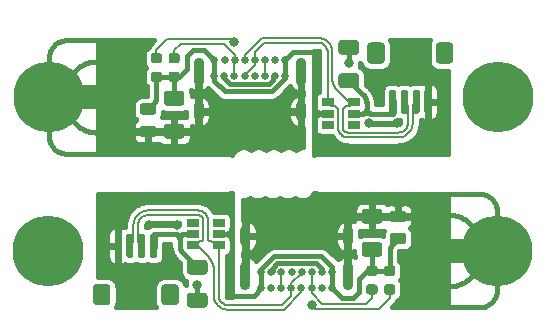
<source format=gbl>
G04 #@! TF.GenerationSoftware,KiCad,Pcbnew,(5.1.10)-1*
G04 #@! TF.CreationDate,2021-08-18T17:13:35+08:00*
G04 #@! TF.ProjectId,dboard,64626f61-7264-42e6-9b69-6361645f7063,rev?*
G04 #@! TF.SameCoordinates,Original*
G04 #@! TF.FileFunction,Copper,L2,Bot*
G04 #@! TF.FilePolarity,Positive*
%FSLAX46Y46*%
G04 Gerber Fmt 4.6, Leading zero omitted, Abs format (unit mm)*
G04 Created by KiCad (PCBNEW (5.1.10)-1) date 2021-08-18 17:13:35*
%MOMM*%
%LPD*%
G01*
G04 APERTURE LIST*
G04 #@! TA.AperFunction,ComponentPad*
%ADD10O,0.900000X1.700000*%
G04 #@! TD*
G04 #@! TA.AperFunction,ComponentPad*
%ADD11O,0.900000X2.400000*%
G04 #@! TD*
G04 #@! TA.AperFunction,ComponentPad*
%ADD12C,0.650000*%
G04 #@! TD*
G04 #@! TA.AperFunction,SMDPad,CuDef*
%ADD13R,1.060000X0.650000*%
G04 #@! TD*
G04 #@! TA.AperFunction,ComponentPad*
%ADD14C,0.800000*%
G04 #@! TD*
G04 #@! TA.AperFunction,ComponentPad*
%ADD15C,6.000000*%
G04 #@! TD*
G04 #@! TA.AperFunction,ViaPad*
%ADD16C,0.800000*%
G04 #@! TD*
G04 #@! TA.AperFunction,Conductor*
%ADD17C,0.400000*%
G04 #@! TD*
G04 #@! TA.AperFunction,Conductor*
%ADD18C,2.000000*%
G04 #@! TD*
G04 #@! TA.AperFunction,Conductor*
%ADD19C,0.600000*%
G04 #@! TD*
G04 #@! TA.AperFunction,Conductor*
%ADD20C,0.200000*%
G04 #@! TD*
G04 #@! TA.AperFunction,Conductor*
%ADD21C,0.100000*%
G04 #@! TD*
G04 APERTURE END LIST*
G04 #@! TA.AperFunction,SMDPad,CuDef*
G36*
G01*
X-12112500Y4112500D02*
X-13025000Y4112500D01*
G75*
G02*
X-13268750Y4356250I0J243750D01*
G01*
X-13268750Y4843750D01*
G75*
G02*
X-13025000Y5087500I243750J0D01*
G01*
X-12112500Y5087500D01*
G75*
G02*
X-11868750Y4843750I0J-243750D01*
G01*
X-11868750Y4356250D01*
G75*
G02*
X-12112500Y4112500I-243750J0D01*
G01*
G37*
G04 #@! TD.AperFunction*
G04 #@! TA.AperFunction,SMDPad,CuDef*
G36*
G01*
X-12112500Y5987500D02*
X-13025000Y5987500D01*
G75*
G02*
X-13268750Y6231250I0J243750D01*
G01*
X-13268750Y6718750D01*
G75*
G02*
X-13025000Y6962500I243750J0D01*
G01*
X-12112500Y6962500D01*
G75*
G02*
X-11868750Y6718750I0J-243750D01*
G01*
X-11868750Y6231250D01*
G75*
G02*
X-12112500Y5987500I-243750J0D01*
G01*
G37*
G04 #@! TD.AperFunction*
G04 #@! TA.AperFunction,SMDPad,CuDef*
G36*
G01*
X-10100000Y10350000D02*
X-10612500Y10350000D01*
G75*
G02*
X-10831250Y10568750I0J218750D01*
G01*
X-10831250Y11006250D01*
G75*
G02*
X-10612500Y11225000I218750J0D01*
G01*
X-10100000Y11225000D01*
G75*
G02*
X-9881250Y11006250I0J-218750D01*
G01*
X-9881250Y10568750D01*
G75*
G02*
X-10100000Y10350000I-218750J0D01*
G01*
G37*
G04 #@! TD.AperFunction*
G04 #@! TA.AperFunction,SMDPad,CuDef*
G36*
G01*
X-10100000Y8775000D02*
X-10612500Y8775000D01*
G75*
G02*
X-10831250Y8993750I0J218750D01*
G01*
X-10831250Y9431250D01*
G75*
G02*
X-10612500Y9650000I218750J0D01*
G01*
X-10100000Y9650000D01*
G75*
G02*
X-9881250Y9431250I0J-218750D01*
G01*
X-9881250Y8993750D01*
G75*
G02*
X-10100000Y8775000I-218750J0D01*
G01*
G37*
G04 #@! TD.AperFunction*
D10*
X-8293750Y6280000D03*
X356250Y6280000D03*
D11*
X-8293750Y9660000D03*
X356250Y9660000D03*
D12*
X-6948750Y9315000D03*
X-6098750Y9315000D03*
X-5248750Y9315000D03*
X-4398750Y9315000D03*
X-3548750Y9315000D03*
X-2698750Y9315000D03*
X-1848750Y9315000D03*
X-993750Y9315000D03*
X-6943750Y10640000D03*
X-6093750Y10640000D03*
X-5243750Y10640000D03*
X-4393750Y10640000D03*
X-3543750Y10640000D03*
X-1843750Y10640000D03*
X-993750Y10640000D03*
X-2693750Y10640000D03*
G04 #@! TA.AperFunction,SMDPad,CuDef*
G36*
G01*
X5056250Y8275000D02*
X3806250Y8275000D01*
G75*
G02*
X3556250Y8525000I0J250000D01*
G01*
X3556250Y9275000D01*
G75*
G02*
X3806250Y9525000I250000J0D01*
G01*
X5056250Y9525000D01*
G75*
G02*
X5306250Y9275000I0J-250000D01*
G01*
X5306250Y8525000D01*
G75*
G02*
X5056250Y8275000I-250000J0D01*
G01*
G37*
G04 #@! TD.AperFunction*
G04 #@! TA.AperFunction,SMDPad,CuDef*
G36*
G01*
X5056250Y11075000D02*
X3806250Y11075000D01*
G75*
G02*
X3556250Y11325000I0J250000D01*
G01*
X3556250Y12075000D01*
G75*
G02*
X3806250Y12325000I250000J0D01*
G01*
X5056250Y12325000D01*
G75*
G02*
X5306250Y12075000I0J-250000D01*
G01*
X5306250Y11325000D01*
G75*
G02*
X5056250Y11075000I-250000J0D01*
G01*
G37*
G04 #@! TD.AperFunction*
D13*
X2631250Y5150000D03*
X2631250Y6100000D03*
X2631250Y7050000D03*
X4831250Y7050000D03*
X4831250Y5150000D03*
X4831250Y6100000D03*
D14*
X15404904Y5873654D03*
X17031250Y5200000D03*
X18657596Y5873654D03*
X19331250Y7500000D03*
X18657596Y9126346D03*
X17031250Y9800000D03*
X15404904Y9126346D03*
X14731250Y7500000D03*
D15*
X17031250Y7500000D03*
D14*
X-22595096Y5873654D03*
X-20968750Y5200000D03*
X-19342404Y5873654D03*
X-18668750Y7500000D03*
X-19342404Y9126346D03*
X-20968750Y9800000D03*
X-22595096Y9126346D03*
X-23268750Y7500000D03*
D15*
X-20968750Y7500000D03*
G04 #@! TA.AperFunction,SMDPad,CuDef*
G36*
G01*
X7831250Y6225000D02*
X7831250Y7975000D01*
G75*
G02*
X7981250Y8125000I150000J0D01*
G01*
X8281250Y8125000D01*
G75*
G02*
X8431250Y7975000I0J-150000D01*
G01*
X8431250Y6225000D01*
G75*
G02*
X8281250Y6075000I-150000J0D01*
G01*
X7981250Y6075000D01*
G75*
G02*
X7831250Y6225000I0J150000D01*
G01*
G37*
G04 #@! TD.AperFunction*
G04 #@! TA.AperFunction,SMDPad,CuDef*
G36*
G01*
X8831250Y6225000D02*
X8831250Y7975000D01*
G75*
G02*
X8981250Y8125000I150000J0D01*
G01*
X9281250Y8125000D01*
G75*
G02*
X9431250Y7975000I0J-150000D01*
G01*
X9431250Y6225000D01*
G75*
G02*
X9281250Y6075000I-150000J0D01*
G01*
X8981250Y6075000D01*
G75*
G02*
X8831250Y6225000I0J150000D01*
G01*
G37*
G04 #@! TD.AperFunction*
G04 #@! TA.AperFunction,SMDPad,CuDef*
G36*
G01*
X9831250Y6225000D02*
X9831250Y7975000D01*
G75*
G02*
X9981250Y8125000I150000J0D01*
G01*
X10281250Y8125000D01*
G75*
G02*
X10431250Y7975000I0J-150000D01*
G01*
X10431250Y6225000D01*
G75*
G02*
X10281250Y6075000I-150000J0D01*
G01*
X9981250Y6075000D01*
G75*
G02*
X9831250Y6225000I0J150000D01*
G01*
G37*
G04 #@! TD.AperFunction*
G04 #@! TA.AperFunction,SMDPad,CuDef*
G36*
G01*
X10831250Y6225000D02*
X10831250Y7975000D01*
G75*
G02*
X10981250Y8125000I150000J0D01*
G01*
X11281250Y8125000D01*
G75*
G02*
X11431250Y7975000I0J-150000D01*
G01*
X11431250Y6225000D01*
G75*
G02*
X11281250Y6075000I-150000J0D01*
G01*
X10981250Y6075000D01*
G75*
G02*
X10831250Y6225000I0J150000D01*
G01*
G37*
G04 #@! TD.AperFunction*
G04 #@! TA.AperFunction,SMDPad,CuDef*
G36*
G01*
X5981250Y10637000D02*
X5981250Y11813000D01*
G75*
G02*
X6293250Y12125000I312000J0D01*
G01*
X7169250Y12125000D01*
G75*
G02*
X7481250Y11813000I0J-312000D01*
G01*
X7481250Y10637000D01*
G75*
G02*
X7169250Y10325000I-312000J0D01*
G01*
X6293250Y10325000D01*
G75*
G02*
X5981250Y10637000I0J312000D01*
G01*
G37*
G04 #@! TD.AperFunction*
G04 #@! TA.AperFunction,SMDPad,CuDef*
G36*
G01*
X11781250Y10637000D02*
X11781250Y11813000D01*
G75*
G02*
X12093250Y12125000I312000J0D01*
G01*
X12969250Y12125000D01*
G75*
G02*
X13281250Y11813000I0J-312000D01*
G01*
X13281250Y10637000D01*
G75*
G02*
X12969250Y10325000I-312000J0D01*
G01*
X12093250Y10325000D01*
G75*
G02*
X11781250Y10637000I0J312000D01*
G01*
G37*
G04 #@! TD.AperFunction*
G04 #@! TA.AperFunction,SMDPad,CuDef*
G36*
G01*
X-9731250Y6775000D02*
X-10981250Y6775000D01*
G75*
G02*
X-11231250Y7025000I0J250000D01*
G01*
X-11231250Y7775000D01*
G75*
G02*
X-10981250Y8025000I250000J0D01*
G01*
X-9731250Y8025000D01*
G75*
G02*
X-9481250Y7775000I0J-250000D01*
G01*
X-9481250Y7025000D01*
G75*
G02*
X-9731250Y6775000I-250000J0D01*
G01*
G37*
G04 #@! TD.AperFunction*
G04 #@! TA.AperFunction,SMDPad,CuDef*
G36*
G01*
X-9731250Y3975000D02*
X-10981250Y3975000D01*
G75*
G02*
X-11231250Y4225000I0J250000D01*
G01*
X-11231250Y4975000D01*
G75*
G02*
X-10981250Y5225000I250000J0D01*
G01*
X-9731250Y5225000D01*
G75*
G02*
X-9481250Y4975000I0J-250000D01*
G01*
X-9481250Y4225000D01*
G75*
G02*
X-9731250Y3975000I-250000J0D01*
G01*
G37*
G04 #@! TD.AperFunction*
G04 #@! TA.AperFunction,SMDPad,CuDef*
G36*
G01*
X-11600000Y10350000D02*
X-12112500Y10350000D01*
G75*
G02*
X-12331250Y10568750I0J218750D01*
G01*
X-12331250Y11006250D01*
G75*
G02*
X-12112500Y11225000I218750J0D01*
G01*
X-11600000Y11225000D01*
G75*
G02*
X-11381250Y11006250I0J-218750D01*
G01*
X-11381250Y10568750D01*
G75*
G02*
X-11600000Y10350000I-218750J0D01*
G01*
G37*
G04 #@! TD.AperFunction*
G04 #@! TA.AperFunction,SMDPad,CuDef*
G36*
G01*
X-11600000Y8775000D02*
X-12112500Y8775000D01*
G75*
G02*
X-12331250Y8993750I0J218750D01*
G01*
X-12331250Y9431250D01*
G75*
G02*
X-12112500Y9650000I218750J0D01*
G01*
X-11600000Y9650000D01*
G75*
G02*
X-11381250Y9431250I0J-218750D01*
G01*
X-11381250Y8993750D01*
G75*
G02*
X-11600000Y8775000I-218750J0D01*
G01*
G37*
G04 #@! TD.AperFunction*
D12*
X-1275000Y-8640000D03*
X-2975000Y-8640000D03*
X-2125000Y-8640000D03*
X-425000Y-8640000D03*
X425000Y-8640000D03*
X1275000Y-8640000D03*
X2125000Y-8640000D03*
X2975000Y-8640000D03*
X-2975000Y-7315000D03*
X-2120000Y-7315000D03*
X-1270000Y-7315000D03*
X-420000Y-7315000D03*
X430000Y-7315000D03*
X1280000Y-7315000D03*
X2130000Y-7315000D03*
X2980000Y-7315000D03*
D11*
X-4325000Y-7660000D03*
X4325000Y-7660000D03*
D10*
X-4325000Y-4280000D03*
X4325000Y-4280000D03*
G04 #@! TA.AperFunction,SMDPad,CuDef*
G36*
G01*
X-15750000Y-8637000D02*
X-15750000Y-9813000D01*
G75*
G02*
X-16062000Y-10125000I-312000J0D01*
G01*
X-16938000Y-10125000D01*
G75*
G02*
X-17250000Y-9813000I0J312000D01*
G01*
X-17250000Y-8637000D01*
G75*
G02*
X-16938000Y-8325000I312000J0D01*
G01*
X-16062000Y-8325000D01*
G75*
G02*
X-15750000Y-8637000I0J-312000D01*
G01*
G37*
G04 #@! TD.AperFunction*
G04 #@! TA.AperFunction,SMDPad,CuDef*
G36*
G01*
X-9950000Y-8637000D02*
X-9950000Y-9813000D01*
G75*
G02*
X-10262000Y-10125000I-312000J0D01*
G01*
X-11138000Y-10125000D01*
G75*
G02*
X-11450000Y-9813000I0J312000D01*
G01*
X-11450000Y-8637000D01*
G75*
G02*
X-11138000Y-8325000I312000J0D01*
G01*
X-10262000Y-8325000D01*
G75*
G02*
X-9950000Y-8637000I0J-312000D01*
G01*
G37*
G04 #@! TD.AperFunction*
G04 #@! TA.AperFunction,SMDPad,CuDef*
G36*
G01*
X-14800000Y-4225000D02*
X-14800000Y-5975000D01*
G75*
G02*
X-14950000Y-6125000I-150000J0D01*
G01*
X-15250000Y-6125000D01*
G75*
G02*
X-15400000Y-5975000I0J150000D01*
G01*
X-15400000Y-4225000D01*
G75*
G02*
X-15250000Y-4075000I150000J0D01*
G01*
X-14950000Y-4075000D01*
G75*
G02*
X-14800000Y-4225000I0J-150000D01*
G01*
G37*
G04 #@! TD.AperFunction*
G04 #@! TA.AperFunction,SMDPad,CuDef*
G36*
G01*
X-13800000Y-4225000D02*
X-13800000Y-5975000D01*
G75*
G02*
X-13950000Y-6125000I-150000J0D01*
G01*
X-14250000Y-6125000D01*
G75*
G02*
X-14400000Y-5975000I0J150000D01*
G01*
X-14400000Y-4225000D01*
G75*
G02*
X-14250000Y-4075000I150000J0D01*
G01*
X-13950000Y-4075000D01*
G75*
G02*
X-13800000Y-4225000I0J-150000D01*
G01*
G37*
G04 #@! TD.AperFunction*
G04 #@! TA.AperFunction,SMDPad,CuDef*
G36*
G01*
X-12800000Y-4225000D02*
X-12800000Y-5975000D01*
G75*
G02*
X-12950000Y-6125000I-150000J0D01*
G01*
X-13250000Y-6125000D01*
G75*
G02*
X-13400000Y-5975000I0J150000D01*
G01*
X-13400000Y-4225000D01*
G75*
G02*
X-13250000Y-4075000I150000J0D01*
G01*
X-12950000Y-4075000D01*
G75*
G02*
X-12800000Y-4225000I0J-150000D01*
G01*
G37*
G04 #@! TD.AperFunction*
G04 #@! TA.AperFunction,SMDPad,CuDef*
G36*
G01*
X-11800000Y-4225000D02*
X-11800000Y-5975000D01*
G75*
G02*
X-11950000Y-6125000I-150000J0D01*
G01*
X-12250000Y-6125000D01*
G75*
G02*
X-12400000Y-5975000I0J150000D01*
G01*
X-12400000Y-4225000D01*
G75*
G02*
X-12250000Y-4075000I150000J0D01*
G01*
X-11950000Y-4075000D01*
G75*
G02*
X-11800000Y-4225000I0J-150000D01*
G01*
G37*
G04 #@! TD.AperFunction*
D13*
X-8800000Y-4100000D03*
X-8800000Y-3150000D03*
X-8800000Y-5050000D03*
X-6600000Y-5050000D03*
X-6600000Y-4100000D03*
X-6600000Y-3150000D03*
G04 #@! TA.AperFunction,SMDPad,CuDef*
G36*
G01*
X5762500Y-1975000D02*
X7012500Y-1975000D01*
G75*
G02*
X7262500Y-2225000I0J-250000D01*
G01*
X7262500Y-2975000D01*
G75*
G02*
X7012500Y-3225000I-250000J0D01*
G01*
X5762500Y-3225000D01*
G75*
G02*
X5512500Y-2975000I0J250000D01*
G01*
X5512500Y-2225000D01*
G75*
G02*
X5762500Y-1975000I250000J0D01*
G01*
G37*
G04 #@! TD.AperFunction*
G04 #@! TA.AperFunction,SMDPad,CuDef*
G36*
G01*
X5762500Y-4775000D02*
X7012500Y-4775000D01*
G75*
G02*
X7262500Y-5025000I0J-250000D01*
G01*
X7262500Y-5775000D01*
G75*
G02*
X7012500Y-6025000I-250000J0D01*
G01*
X5762500Y-6025000D01*
G75*
G02*
X5512500Y-5775000I0J250000D01*
G01*
X5512500Y-5025000D01*
G75*
G02*
X5762500Y-4775000I250000J0D01*
G01*
G37*
G04 #@! TD.AperFunction*
G04 #@! TA.AperFunction,SMDPad,CuDef*
G36*
G01*
X6131250Y-6775000D02*
X6643750Y-6775000D01*
G75*
G02*
X6862500Y-6993750I0J-218750D01*
G01*
X6862500Y-7431250D01*
G75*
G02*
X6643750Y-7650000I-218750J0D01*
G01*
X6131250Y-7650000D01*
G75*
G02*
X5912500Y-7431250I0J218750D01*
G01*
X5912500Y-6993750D01*
G75*
G02*
X6131250Y-6775000I218750J0D01*
G01*
G37*
G04 #@! TD.AperFunction*
G04 #@! TA.AperFunction,SMDPad,CuDef*
G36*
G01*
X6131250Y-8350000D02*
X6643750Y-8350000D01*
G75*
G02*
X6862500Y-8568750I0J-218750D01*
G01*
X6862500Y-9006250D01*
G75*
G02*
X6643750Y-9225000I-218750J0D01*
G01*
X6131250Y-9225000D01*
G75*
G02*
X5912500Y-9006250I0J218750D01*
G01*
X5912500Y-8568750D01*
G75*
G02*
X6131250Y-8350000I218750J0D01*
G01*
G37*
G04 #@! TD.AperFunction*
G04 #@! TA.AperFunction,SMDPad,CuDef*
G36*
G01*
X7631250Y-6775000D02*
X8143750Y-6775000D01*
G75*
G02*
X8362500Y-6993750I0J-218750D01*
G01*
X8362500Y-7431250D01*
G75*
G02*
X8143750Y-7650000I-218750J0D01*
G01*
X7631250Y-7650000D01*
G75*
G02*
X7412500Y-7431250I0J218750D01*
G01*
X7412500Y-6993750D01*
G75*
G02*
X7631250Y-6775000I218750J0D01*
G01*
G37*
G04 #@! TD.AperFunction*
G04 #@! TA.AperFunction,SMDPad,CuDef*
G36*
G01*
X7631250Y-8350000D02*
X8143750Y-8350000D01*
G75*
G02*
X8362500Y-8568750I0J-218750D01*
G01*
X8362500Y-9006250D01*
G75*
G02*
X8143750Y-9225000I-218750J0D01*
G01*
X7631250Y-9225000D01*
G75*
G02*
X7412500Y-9006250I0J218750D01*
G01*
X7412500Y-8568750D01*
G75*
G02*
X7631250Y-8350000I218750J0D01*
G01*
G37*
G04 #@! TD.AperFunction*
D15*
X17000000Y-5500000D03*
D14*
X19300000Y-5500000D03*
X18626346Y-7126346D03*
X17000000Y-7800000D03*
X15373654Y-7126346D03*
X14700000Y-5500000D03*
X15373654Y-3873654D03*
X17000000Y-3200000D03*
X18626346Y-3873654D03*
D15*
X-21000000Y-5500000D03*
D14*
X-18700000Y-5500000D03*
X-19373654Y-7126346D03*
X-21000000Y-7800000D03*
X-22626346Y-7126346D03*
X-23300000Y-5500000D03*
X-22626346Y-3873654D03*
X-21000000Y-3200000D03*
X-19373654Y-3873654D03*
G04 #@! TA.AperFunction,SMDPad,CuDef*
G36*
G01*
X-9025000Y-9075000D02*
X-7775000Y-9075000D01*
G75*
G02*
X-7525000Y-9325000I0J-250000D01*
G01*
X-7525000Y-10075000D01*
G75*
G02*
X-7775000Y-10325000I-250000J0D01*
G01*
X-9025000Y-10325000D01*
G75*
G02*
X-9275000Y-10075000I0J250000D01*
G01*
X-9275000Y-9325000D01*
G75*
G02*
X-9025000Y-9075000I250000J0D01*
G01*
G37*
G04 #@! TD.AperFunction*
G04 #@! TA.AperFunction,SMDPad,CuDef*
G36*
G01*
X-9025000Y-6275000D02*
X-7775000Y-6275000D01*
G75*
G02*
X-7525000Y-6525000I0J-250000D01*
G01*
X-7525000Y-7275000D01*
G75*
G02*
X-7775000Y-7525000I-250000J0D01*
G01*
X-9025000Y-7525000D01*
G75*
G02*
X-9275000Y-7275000I0J250000D01*
G01*
X-9275000Y-6525000D01*
G75*
G02*
X-9025000Y-6275000I250000J0D01*
G01*
G37*
G04 #@! TD.AperFunction*
G04 #@! TA.AperFunction,SMDPad,CuDef*
G36*
G01*
X8143750Y-3987500D02*
X9056250Y-3987500D01*
G75*
G02*
X9300000Y-4231250I0J-243750D01*
G01*
X9300000Y-4718750D01*
G75*
G02*
X9056250Y-4962500I-243750J0D01*
G01*
X8143750Y-4962500D01*
G75*
G02*
X7900000Y-4718750I0J243750D01*
G01*
X7900000Y-4231250D01*
G75*
G02*
X8143750Y-3987500I243750J0D01*
G01*
G37*
G04 #@! TD.AperFunction*
G04 #@! TA.AperFunction,SMDPad,CuDef*
G36*
G01*
X8143750Y-2112500D02*
X9056250Y-2112500D01*
G75*
G02*
X9300000Y-2356250I0J-243750D01*
G01*
X9300000Y-2843750D01*
G75*
G02*
X9056250Y-3087500I-243750J0D01*
G01*
X8143750Y-3087500D01*
G75*
G02*
X7900000Y-2843750I0J243750D01*
G01*
X7900000Y-2356250D01*
G75*
G02*
X8143750Y-2112500I243750J0D01*
G01*
G37*
G04 #@! TD.AperFunction*
D16*
X-10100000Y-3300000D03*
X-12500000Y-3300000D03*
X-15100000Y-7100000D03*
X-15100000Y-3100000D03*
X-16400000Y-5100000D03*
X8531250Y5300000D03*
X11131250Y9100000D03*
X11131250Y5100000D03*
X6131250Y5300000D03*
X12431250Y7100000D03*
X-8382000Y-8382000D03*
X4413250Y10382000D03*
X1307716Y-10122285D03*
X-5276466Y12122285D03*
D17*
X6387500Y-7212500D02*
X7887500Y-7212500D01*
X6387500Y-5400000D02*
X6387500Y-7212500D01*
X-15100000Y-3100000D02*
X-15100000Y-1500000D01*
X-7200000Y-1500000D02*
X-5500000Y-1500000D01*
X-5500000Y-3600000D02*
X-5500000Y-1500000D01*
X-5500000Y-3600000D02*
X-5502407Y-3649008D01*
X-5502407Y-3649008D02*
X-5509607Y-3697545D01*
X-5509607Y-3697545D02*
X-5521529Y-3745142D01*
X-5521529Y-3745142D02*
X-5538060Y-3791341D01*
X-5538060Y-3791341D02*
X-5559039Y-3835698D01*
X-5559039Y-3835698D02*
X-5584265Y-3877785D01*
X-5584265Y-3877785D02*
X-5613494Y-3917196D01*
X-5613494Y-3917196D02*
X-5646446Y-3953553D01*
X-5646446Y-3953553D02*
X-5682803Y-3986505D01*
X-5682803Y-3986505D02*
X-5722214Y-4015734D01*
X-5722214Y-4015734D02*
X-5764301Y-4040960D01*
X-5764301Y-4040960D02*
X-5808658Y-4061939D01*
X-5808658Y-4061939D02*
X-5854857Y-4078470D01*
X-5854857Y-4078470D02*
X-5902454Y-4090392D01*
X-5902454Y-4090392D02*
X-5950991Y-4097592D01*
X-5950991Y-4097592D02*
X-6000000Y-4100000D01*
X-5500000Y-4600000D02*
X-5500000Y-9300000D01*
X-5500000Y-4600000D02*
X-5502407Y-4550991D01*
X-5502407Y-4550991D02*
X-5509607Y-4502454D01*
X-5509607Y-4502454D02*
X-5521529Y-4454857D01*
X-5521529Y-4454857D02*
X-5538060Y-4408658D01*
X-5538060Y-4408658D02*
X-5559039Y-4364301D01*
X-5559039Y-4364301D02*
X-5584265Y-4322214D01*
X-5584265Y-4322214D02*
X-5613494Y-4282803D01*
X-5613494Y-4282803D02*
X-5646446Y-4246446D01*
X-5646446Y-4246446D02*
X-5682803Y-4213494D01*
X-5682803Y-4213494D02*
X-5722214Y-4184265D01*
X-5722214Y-4184265D02*
X-5764301Y-4159039D01*
X-5764301Y-4159039D02*
X-5808658Y-4138060D01*
X-5808658Y-4138060D02*
X-5854857Y-4121529D01*
X-5854857Y-4121529D02*
X-5902454Y-4109607D01*
X-5902454Y-4109607D02*
X-5950991Y-4102407D01*
X-5950991Y-4102407D02*
X-6000000Y-4100000D01*
X-6000000Y-4100000D02*
X-6600000Y-4100000D01*
X8170342Y-4904657D02*
X8600000Y-4475000D01*
X8170342Y-4904657D02*
X8137658Y-4938984D01*
X8137658Y-4938984D02*
X8106699Y-4974875D01*
X8106699Y-4974875D02*
X8077538Y-5012241D01*
X8077538Y-5012241D02*
X8050246Y-5050993D01*
X8050246Y-5050993D02*
X8024888Y-5091038D01*
X8024888Y-5091038D02*
X8001526Y-5132278D01*
X8001526Y-5132278D02*
X7980215Y-5174616D01*
X7980215Y-5174616D02*
X7961007Y-5217948D01*
X7961007Y-5217948D02*
X7943949Y-5262170D01*
X7943949Y-5262170D02*
X7929081Y-5307176D01*
X7929081Y-5307176D02*
X7916439Y-5352857D01*
X7916439Y-5352857D02*
X7906054Y-5399104D01*
X7906054Y-5399104D02*
X7897951Y-5445804D01*
X7897951Y-5445804D02*
X7892149Y-5492846D01*
X7892149Y-5492846D02*
X7888662Y-5540116D01*
X7888662Y-5540116D02*
X7887500Y-5587500D01*
X7887500Y-5587500D02*
X7887500Y-7212500D01*
X-15100000Y-3100000D02*
X-15100000Y-5100000D01*
X-13400000Y-1500000D02*
X-15100000Y-1500000D01*
X-2975000Y-7315000D02*
X-2975000Y-8640000D01*
X-3635000Y-9300000D02*
X-5500000Y-9300000D01*
X-2975000Y-8640000D02*
X-3635000Y-9300000D01*
X2980000Y-8635000D02*
X2975000Y-8640000D01*
X2980000Y-7315000D02*
X2980000Y-8635000D01*
X5995500Y-7212500D02*
X6387500Y-7212500D01*
X5334000Y-7874000D02*
X5995500Y-7212500D01*
X5334000Y-9017000D02*
X5334000Y-7874000D01*
X4826000Y-9525000D02*
X5334000Y-9017000D01*
X3860000Y-9525000D02*
X4826000Y-9525000D01*
X2975000Y-8640000D02*
X3860000Y-9525000D01*
X-2975000Y-7096998D02*
X-2975000Y-7315000D01*
X-1867991Y-5989989D02*
X-2975000Y-7096998D01*
X2980000Y-6855381D02*
X2114609Y-5989990D01*
X2114609Y-5989990D02*
X-1867991Y-5989989D01*
X2980000Y-7315000D02*
X2980000Y-6855381D01*
X1533657Y5649008D02*
X1540857Y5697545D01*
X1615515Y5877785D02*
X1644744Y5917196D01*
X1644744Y5917196D02*
X1677696Y5953553D01*
X1569310Y5791341D02*
X1590289Y5835698D01*
X1753464Y6015734D02*
X1795551Y6040960D01*
X1795551Y6040960D02*
X1839908Y6061939D01*
X-10356250Y7400000D02*
X-10356250Y9212500D01*
X1531250Y5600000D02*
X1531250Y3500000D01*
X1531250Y5600000D02*
X1533657Y5649008D01*
X1552779Y5745142D02*
X1569310Y5791341D01*
X1886107Y6078470D02*
X1933704Y6090392D01*
X1933704Y6090392D02*
X1982241Y6097592D01*
X1982241Y6097592D02*
X2031250Y6100000D01*
X11131250Y5100000D02*
X11131250Y3500000D01*
X1839908Y6061939D02*
X1886107Y6078470D01*
X1531250Y6600000D02*
X1531250Y11300000D01*
X1533657Y6550991D02*
X1540857Y6502454D01*
X3231250Y3500000D02*
X1531250Y3500000D01*
X1540857Y5697545D02*
X1552779Y5745142D01*
X1677696Y5953553D02*
X1714053Y5986505D01*
X1714053Y5986505D02*
X1753464Y6015734D01*
X1531250Y6600000D02*
X1533657Y6550991D01*
X1552779Y6454857D02*
X1569310Y6408658D01*
X1569310Y6408658D02*
X1590289Y6364301D01*
X-10356250Y9212500D02*
X-11856250Y9212500D01*
X1540857Y6502454D02*
X1552779Y6454857D01*
X1590289Y5835698D02*
X1615515Y5877785D01*
X1644744Y6282803D02*
X1677696Y6246446D01*
X11131250Y5100000D02*
X11131250Y7100000D01*
X1590289Y6364301D02*
X1615515Y6322214D01*
X1677696Y6246446D02*
X1714053Y6213494D01*
X1714053Y6213494D02*
X1753464Y6184265D01*
X1795551Y6159039D02*
X1839908Y6138060D01*
X-11897831Y7307176D02*
X-11885189Y7352857D01*
X9431250Y3500000D02*
X11131250Y3500000D01*
X-993750Y10640000D02*
X-333750Y11300000D01*
X-6948750Y10635000D02*
X-6943750Y10640000D01*
X-12139092Y6904657D02*
X-12568750Y6475000D01*
X1615515Y6322214D02*
X1644744Y6282803D01*
X-12018996Y7050993D02*
X-11993638Y7091038D01*
X-11866701Y7445804D02*
X-11860899Y7492846D01*
X-993750Y9315000D02*
X-993750Y10640000D01*
X1982241Y6102407D02*
X2031250Y6100000D01*
X-12139092Y6904657D02*
X-12106408Y6938984D01*
X-12106408Y6938984D02*
X-12075449Y6974875D01*
X-11993638Y7091038D02*
X-11970276Y7132278D01*
X-11874804Y7399104D02*
X-11866701Y7445804D01*
X-11857412Y7540116D02*
X-11856250Y7587500D01*
X1753464Y6184265D02*
X1795551Y6159039D01*
X1839908Y6138060D02*
X1886107Y6121529D01*
X1933704Y6109607D02*
X1982241Y6102407D01*
X-12075449Y6974875D02*
X-12046288Y7012241D01*
X1886107Y6121529D02*
X1933704Y6109607D01*
X2031250Y6100000D02*
X2631250Y6100000D01*
X-12046288Y7012241D02*
X-12018996Y7050993D01*
X-11970276Y7132278D02*
X-11948965Y7174616D01*
X-11948965Y7174616D02*
X-11929757Y7217948D01*
X-11912699Y7262170D02*
X-11897831Y7307176D01*
X-11885189Y7352857D02*
X-11874804Y7399104D01*
X-11856250Y7587500D02*
X-11856250Y9212500D01*
X-333750Y11300000D02*
X1531250Y11300000D01*
X-11929757Y7217948D02*
X-11912699Y7262170D01*
X-11860899Y7492846D02*
X-11857412Y7540116D01*
X-6948750Y9315000D02*
X-6948750Y10635000D01*
X-9964250Y9212500D02*
X-10356250Y9212500D01*
X-8794750Y11525000D02*
X-9302750Y11017000D01*
X-6948750Y9315000D02*
X-6948750Y8855381D01*
X-7828750Y11525000D02*
X-8794750Y11525000D01*
X-6943750Y10640000D02*
X-7828750Y11525000D01*
X-2100759Y7989989D02*
X-993750Y9096998D01*
X-6948750Y8855381D02*
X-6083359Y7989990D01*
X-9302750Y9874000D02*
X-9964250Y9212500D01*
X-6083359Y7989990D02*
X-2100759Y7989989D01*
X-9302750Y11017000D02*
X-9302750Y9874000D01*
X-993750Y9096998D02*
X-993750Y9315000D01*
X-4320000Y-2600000D02*
X-4320000Y-6780000D01*
X-4320000Y-2600000D02*
X4320000Y-2600000D01*
X4320000Y-2600000D02*
X4320000Y-6780000D01*
X6387500Y-2600000D02*
X8600000Y-2600000D01*
X4320000Y-2600000D02*
X6387500Y-2600000D01*
D18*
X17000000Y-5500000D02*
X11500000Y-5500000D01*
D17*
X14707106Y-3207106D02*
X17000000Y-5500000D01*
X14707106Y-3207106D02*
X14621285Y-3125398D01*
X14621285Y-3125398D02*
X14531560Y-3048000D01*
X14531560Y-3048000D02*
X14438144Y-2975098D01*
X14438144Y-2975098D02*
X14341264Y-2906867D01*
X14341264Y-2906867D02*
X14241153Y-2843472D01*
X14241153Y-2843472D02*
X14138051Y-2785066D01*
X14138051Y-2785066D02*
X14032208Y-2731789D01*
X14032208Y-2731789D02*
X13923879Y-2683770D01*
X13923879Y-2683770D02*
X13813323Y-2641124D01*
X13813323Y-2641124D02*
X13700808Y-2603954D01*
X13700808Y-2603954D02*
X13586605Y-2572350D01*
X13586605Y-2572350D02*
X13470989Y-2546387D01*
X13470989Y-2546387D02*
X13354238Y-2526129D01*
X13354238Y-2526129D02*
X13236634Y-2511624D01*
X13236634Y-2511624D02*
X13118459Y-2502907D01*
X13118459Y-2502907D02*
X13000000Y-2500000D01*
X13000000Y-2500000D02*
X11000000Y-2500000D01*
X15500000Y-700000D02*
X12500000Y-700000D01*
X15500000Y-700000D02*
X15647025Y-707222D01*
X15647025Y-707222D02*
X15792635Y-728822D01*
X15792635Y-728822D02*
X15935427Y-764589D01*
X15935427Y-764589D02*
X16074025Y-814180D01*
X16074025Y-814180D02*
X16207095Y-877118D01*
X16207095Y-877118D02*
X16333355Y-952795D01*
X16333355Y-952795D02*
X16451589Y-1040484D01*
X16451589Y-1040484D02*
X16560660Y-1139339D01*
X16560660Y-1139339D02*
X16659515Y-1248410D01*
X16659515Y-1248410D02*
X16747204Y-1366644D01*
X16747204Y-1366644D02*
X16822881Y-1492904D01*
X16822881Y-1492904D02*
X16885819Y-1625974D01*
X16885819Y-1625974D02*
X16935410Y-1764572D01*
X16935410Y-1764572D02*
X16971177Y-1907364D01*
X16971177Y-1907364D02*
X16992777Y-2052974D01*
X16992777Y-2052974D02*
X17000000Y-2200000D01*
X17000000Y-2200000D02*
X17000000Y-5500000D01*
X13000001Y-8499999D02*
X11499999Y-8499999D01*
X13000001Y-8499999D02*
X13118460Y-8497090D01*
X13118460Y-8497090D02*
X13236635Y-8488373D01*
X13236635Y-8488373D02*
X13354239Y-8473868D01*
X13354239Y-8473868D02*
X13470990Y-8453610D01*
X13470990Y-8453610D02*
X13586606Y-8427647D01*
X13586606Y-8427647D02*
X13700809Y-8396043D01*
X13700809Y-8396043D02*
X13813324Y-8358873D01*
X13813324Y-8358873D02*
X13923880Y-8316227D01*
X13923880Y-8316227D02*
X14032209Y-8268208D01*
X14032209Y-8268208D02*
X14138052Y-8214931D01*
X14138052Y-8214931D02*
X14241154Y-8156524D01*
X14241154Y-8156524D02*
X14341265Y-8093130D01*
X14341265Y-8093130D02*
X14438145Y-8024899D01*
X14438145Y-8024899D02*
X14531560Y-7951997D01*
X14531560Y-7951997D02*
X14621286Y-7874599D01*
X14621286Y-7874599D02*
X14707107Y-7792892D01*
X14707107Y-7792892D02*
X17000000Y-5500000D01*
X15500000Y-10300000D02*
X12300000Y-10300000D01*
X15500000Y-10300000D02*
X15647025Y-10292777D01*
X15647025Y-10292777D02*
X15792635Y-10271177D01*
X15792635Y-10271177D02*
X15935427Y-10235410D01*
X15935427Y-10235410D02*
X16074025Y-10185819D01*
X16074025Y-10185819D02*
X16207095Y-10122881D01*
X16207095Y-10122881D02*
X16333355Y-10047204D01*
X16333355Y-10047204D02*
X16451589Y-9959515D01*
X16451589Y-9959515D02*
X16560660Y-9860660D01*
X16560660Y-9860660D02*
X16659515Y-9751589D01*
X16659515Y-9751589D02*
X16747204Y-9633355D01*
X16747204Y-9633355D02*
X16822881Y-9507095D01*
X16822881Y-9507095D02*
X16885819Y-9374025D01*
X16885819Y-9374025D02*
X16935410Y-9235427D01*
X16935410Y-9235427D02*
X16971177Y-9092635D01*
X16971177Y-9092635D02*
X16992777Y-8947025D01*
X16992777Y-8947025D02*
X17000000Y-8800000D01*
X17000000Y-8800000D02*
X17000000Y-5500000D01*
X-17087210Y10497090D02*
X-17205385Y10488373D01*
D18*
X-20968750Y7500000D02*
X-15468750Y7500000D01*
D17*
X-18675856Y5207106D02*
X-18590035Y5125398D01*
X-20854569Y3625974D02*
X-20904160Y3764572D01*
X-20904160Y3764572D02*
X-20939927Y3907364D01*
X-17555355Y4572350D02*
X-17439739Y4546387D01*
X-17205385Y10488373D02*
X-17322989Y10473868D01*
X-17322989Y10473868D02*
X-17439740Y10453610D01*
X-17439740Y10453610D02*
X-17555356Y10427647D01*
X-18675856Y5207106D02*
X-20968750Y7500000D01*
X-17087209Y4502907D02*
X-16968750Y4500000D01*
X-17322988Y4526129D02*
X-17205384Y4511624D01*
X-18500310Y5048000D02*
X-18406894Y4975098D01*
X-18209903Y4843472D02*
X-18106801Y4785066D01*
X-18406894Y4975098D02*
X-18310014Y4906867D01*
X-17782073Y4641124D02*
X-17669558Y4603954D01*
X-8288750Y4600000D02*
X-8288750Y8780000D01*
X-17892629Y4683770D02*
X-17782073Y4641124D01*
X-17439739Y4546387D02*
X-17322988Y4526129D01*
X-17205384Y4511624D02*
X-17087209Y4502907D01*
X-16968750Y4500000D02*
X-14968750Y4500000D01*
X-19468750Y2700000D02*
X-16468750Y2700000D01*
X-19761385Y2728822D02*
X-19904177Y2764589D01*
X-20175845Y2877118D02*
X-20302105Y2952795D01*
X-18310014Y4906867D02*
X-18209903Y4843472D01*
X-20420339Y3040484D02*
X-20529410Y3139339D01*
X-20715954Y3366644D02*
X-20791631Y3492904D01*
X-20939927Y3907364D02*
X-20961527Y4052974D01*
X-20961527Y4052974D02*
X-20968750Y4200000D01*
X-10356250Y4600000D02*
X-12568750Y4600000D01*
X-18000958Y4731789D02*
X-17892629Y4683770D01*
X351250Y4600000D02*
X351250Y8780000D01*
X-18590035Y5125398D02*
X-18500310Y5048000D01*
X-19468750Y2700000D02*
X-19615775Y2707222D01*
X-20042775Y2814180D02*
X-20175845Y2877118D01*
X-20529410Y3139339D02*
X-20628265Y3248410D01*
X-17669558Y4603954D02*
X-17555355Y4572350D01*
X-18106801Y4785066D02*
X-18000958Y4731789D01*
X-20791631Y3492904D02*
X-20854569Y3625974D01*
X-20968750Y4200000D02*
X-20968750Y7500000D01*
X-16968751Y10499999D02*
X-15468749Y10499999D01*
X-8288750Y4600000D02*
X-10356250Y4600000D01*
X-19615775Y2707222D02*
X-19761385Y2728822D01*
X-19904177Y2764589D02*
X-20042775Y2814180D01*
X-20302105Y2952795D02*
X-20420339Y3040484D01*
X351250Y4600000D02*
X-8288750Y4600000D01*
X-20628265Y3248410D02*
X-20715954Y3366644D01*
X-16968751Y10499999D02*
X-17087210Y10497090D01*
X-17782074Y10358873D02*
X-17892630Y10316227D01*
X-18590036Y9874599D02*
X-18675857Y9792892D01*
X-20968750Y10800000D02*
X-20968750Y7500000D01*
X-20854569Y11374025D02*
X-20904160Y11235427D01*
X-17555356Y10427647D02*
X-17669559Y10396043D01*
X-20042775Y12185819D02*
X-20175845Y12122881D01*
X-18209904Y10156524D02*
X-18310015Y10093130D01*
X-20302105Y12047204D02*
X-20420339Y11959515D01*
X-20175845Y12122881D02*
X-20302105Y12047204D01*
X-20904160Y11235427D02*
X-20939927Y11092635D01*
X-18000959Y10268208D02*
X-18106802Y10214931D01*
X-18500310Y9951997D02*
X-18590036Y9874599D01*
X-19615775Y12292777D02*
X-19761385Y12271177D01*
X-20420339Y11959515D02*
X-20529410Y11860660D01*
X-18675857Y9792892D02*
X-20968750Y7500000D01*
X-18406895Y10024899D02*
X-18500310Y9951997D01*
X-20715954Y11633355D02*
X-20791631Y11507095D01*
X-20529410Y11860660D02*
X-20628265Y11751589D01*
X-17892630Y10316227D02*
X-18000959Y10268208D01*
X-19468750Y12300000D02*
X-16268750Y12300000D01*
X-19468750Y12300000D02*
X-19615775Y12292777D01*
X-18106802Y10214931D02*
X-18209904Y10156524D01*
X-20961527Y10947025D02*
X-20968750Y10800000D01*
X-20628265Y11751589D02*
X-20715954Y11633355D01*
X-20791631Y11507095D02*
X-20854569Y11374025D01*
X-17669559Y10396043D02*
X-17782074Y10358873D01*
X-19761385Y12271177D02*
X-19904177Y12235410D01*
X-19904177Y12235410D02*
X-20042775Y12185819D01*
X-20939927Y11092635D02*
X-20961527Y10947025D01*
X-18310015Y10093130D02*
X-18406895Y10024899D01*
X1628001Y-6589999D02*
X2130000Y-7091998D01*
X-1618001Y-6589999D02*
X1628001Y-6589999D01*
X-1995001Y-6966999D02*
X-1618001Y-6589999D01*
X-1995001Y-7202001D02*
X-1995001Y-6966999D01*
X-2108000Y-7315000D02*
X-1995001Y-7202001D01*
X2130000Y-7091998D02*
X2130000Y-7315000D01*
X-2120000Y-7315000D02*
X-2108000Y-7315000D01*
X-8400000Y-8400000D02*
X-8382000Y-8382000D01*
X-8400000Y-9700000D02*
X-8400000Y-8400000D01*
X-1973749Y9202001D02*
X-1973749Y8966999D01*
X-2350749Y8589999D02*
X-5596751Y8589999D01*
X-5596751Y8589999D02*
X-6098750Y9091998D01*
X-1973749Y8966999D02*
X-2350749Y8589999D01*
X4431250Y11700000D02*
X4431250Y10400000D01*
X4431250Y10400000D02*
X4413250Y10382000D01*
X-6098750Y9091998D02*
X-6098750Y9315000D01*
X-1848750Y9315000D02*
X-1860750Y9315000D01*
X-1860750Y9315000D02*
X-1973749Y9202001D01*
X-9900000Y-5000000D02*
X-9898836Y-5047383D01*
X-9898836Y-5047383D02*
X-9895349Y-5094653D01*
X-9895349Y-5094653D02*
X-9889547Y-5141695D01*
X-9889547Y-5141695D02*
X-9881444Y-5188395D01*
X-9881444Y-5188395D02*
X-9871059Y-5234642D01*
X-9871059Y-5234642D02*
X-9858417Y-5280323D01*
X-9858417Y-5280323D02*
X-9843549Y-5325329D01*
X-9843549Y-5325329D02*
X-9826491Y-5369551D01*
X-9826491Y-5369551D02*
X-9807283Y-5412883D01*
X-9807283Y-5412883D02*
X-9785972Y-5455220D01*
X-9785972Y-5455220D02*
X-9762610Y-5496460D01*
X-9762610Y-5496460D02*
X-9737252Y-5536505D01*
X-9737252Y-5536505D02*
X-9709959Y-5575257D01*
X-9709959Y-5575257D02*
X-9680798Y-5612623D01*
X-9680798Y-5612623D02*
X-9649839Y-5648513D01*
X-9649839Y-5648513D02*
X-9617157Y-5682842D01*
X-9617157Y-5682842D02*
X-8400000Y-6900000D01*
D19*
X-12100000Y-5200000D02*
X-12100000Y-4200000D01*
D17*
X-9500000Y-4100000D02*
X-8800000Y-4100000D01*
X-9500000Y-4100000D02*
X-9539206Y-4101926D01*
X-9539206Y-4101926D02*
X-9578036Y-4107685D01*
X-9578036Y-4107685D02*
X-9616113Y-4117223D01*
X-9616113Y-4117223D02*
X-9653073Y-4130448D01*
X-9653073Y-4130448D02*
X-9688558Y-4147231D01*
X-9688558Y-4147231D02*
X-9722228Y-4167412D01*
X-9722228Y-4167412D02*
X-9753757Y-4190795D01*
X-9753757Y-4190795D02*
X-9782842Y-4217157D01*
X-9782842Y-4217157D02*
X-9809204Y-4246242D01*
X-9809204Y-4246242D02*
X-9832587Y-4277771D01*
X-9832587Y-4277771D02*
X-9852768Y-4311441D01*
X-9852768Y-4311441D02*
X-9869551Y-4346926D01*
X-9869551Y-4346926D02*
X-9882776Y-4383886D01*
X-9882776Y-4383886D02*
X-9892314Y-4421963D01*
X-9892314Y-4421963D02*
X-9898073Y-4460793D01*
X-9898073Y-4460793D02*
X-9900000Y-4500000D01*
X-10300000Y-4100000D02*
X-12100000Y-4100000D01*
X-10300000Y-4100000D02*
X-10260793Y-4101926D01*
X-10260793Y-4101926D02*
X-10221963Y-4107685D01*
X-10221963Y-4107685D02*
X-10183886Y-4117223D01*
X-10183886Y-4117223D02*
X-10146926Y-4130448D01*
X-10146926Y-4130448D02*
X-10111441Y-4147231D01*
X-10111441Y-4147231D02*
X-10077771Y-4167412D01*
X-10077771Y-4167412D02*
X-10046242Y-4190795D01*
X-10046242Y-4190795D02*
X-10017157Y-4217157D01*
X-10017157Y-4217157D02*
X-9990795Y-4246242D01*
X-9990795Y-4246242D02*
X-9967412Y-4277771D01*
X-9967412Y-4277771D02*
X-9947231Y-4311441D01*
X-9947231Y-4311441D02*
X-9930448Y-4346926D01*
X-9930448Y-4346926D02*
X-9917223Y-4383886D01*
X-9917223Y-4383886D02*
X-9907685Y-4421963D01*
X-9907685Y-4421963D02*
X-9901926Y-4460793D01*
X-9901926Y-4460793D02*
X-9900000Y-4500000D01*
X-9900000Y-4500000D02*
X-9900000Y-5000000D01*
X5926599Y7094653D02*
X5920797Y7141695D01*
X5874799Y7325329D02*
X5857741Y7369551D01*
X5857741Y7369551D02*
X5838533Y7412883D01*
X5768502Y7536505D02*
X5741209Y7575257D01*
X5681089Y7648513D02*
X5648407Y7682842D01*
X5648407Y7682842D02*
X4431250Y8900000D01*
X5902309Y7234642D02*
X5889667Y7280323D01*
X5931250Y7000000D02*
X5930086Y7047383D01*
X5920797Y7141695D02*
X5912694Y7188395D01*
X5912694Y7188395D02*
X5902309Y7234642D01*
X5889667Y7280323D02*
X5874799Y7325329D01*
X5838533Y7412883D02*
X5817222Y7455220D01*
X5817222Y7455220D02*
X5793860Y7496460D01*
X5793860Y7496460D02*
X5768502Y7536505D01*
X5741209Y7575257D02*
X5712048Y7612623D01*
X5712048Y7612623D02*
X5681089Y7648513D01*
X5930086Y7047383D02*
X5926599Y7094653D01*
X5929323Y6460793D02*
X5931250Y6500000D01*
X5978481Y6311441D02*
X5961698Y6346926D01*
X6022045Y6246242D02*
X5998662Y6277771D01*
X5884018Y6311441D02*
X5900801Y6346926D01*
X6215136Y6117223D02*
X6178176Y6130448D01*
X5531250Y6100000D02*
X5570456Y6101926D01*
X6142691Y6147231D02*
X6109021Y6167412D01*
X5900801Y6346926D02*
X5914026Y6383886D01*
X5998662Y6277771D02*
X5978481Y6311441D01*
X5785007Y6190795D02*
X5814092Y6217157D01*
X5719808Y6147231D02*
X5753478Y6167412D01*
X6048407Y6217157D02*
X6022045Y6246242D01*
X6331250Y6100000D02*
X6292043Y6101926D01*
D19*
X8131250Y7200000D02*
X8131250Y6200000D01*
D17*
X5531250Y6100000D02*
X4831250Y6100000D01*
X5570456Y6101926D02*
X5609286Y6107685D01*
X5931250Y6500000D02*
X5931250Y7000000D01*
X5609286Y6107685D02*
X5647363Y6117223D01*
X5914026Y6383886D02*
X5923564Y6421963D01*
X5684323Y6130448D02*
X5719808Y6147231D01*
X6077492Y6190795D02*
X6048407Y6217157D01*
X5938935Y6421963D02*
X5933176Y6460793D01*
X5863837Y6277771D02*
X5884018Y6311441D01*
X5933176Y6460793D02*
X5931250Y6500000D01*
X5923564Y6421963D02*
X5929323Y6460793D01*
X6253213Y6107685D02*
X6215136Y6117223D01*
X6292043Y6101926D02*
X6253213Y6107685D01*
X5647363Y6117223D02*
X5684323Y6130448D01*
X6178176Y6130448D02*
X6142691Y6147231D01*
X5840454Y6246242D02*
X5863837Y6277771D01*
X5753478Y6167412D02*
X5785007Y6190795D01*
X5948473Y6383886D02*
X5938935Y6421963D01*
X6109021Y6167412D02*
X6077492Y6190795D01*
X5814092Y6217157D02*
X5840454Y6246242D01*
X6331250Y6100000D02*
X8131250Y6100000D01*
X5961698Y6346926D02*
X5948473Y6383886D01*
D20*
X-1270000Y-8635000D02*
X-1275000Y-8640000D01*
X-1270000Y-7315000D02*
X-1270000Y-8635000D01*
X1610451Y-10425020D02*
X6973980Y-10425020D01*
X1307716Y-10122285D02*
X1610451Y-10425020D01*
X7887500Y-9511500D02*
X7887500Y-8787500D01*
X6973980Y-10425020D02*
X7887500Y-9511500D01*
X-11856250Y11511500D02*
X-11856250Y10787500D01*
X-5579201Y12425020D02*
X-10942730Y12425020D01*
X-2698750Y9315000D02*
X-2698750Y10635000D01*
X-5276466Y12122285D02*
X-5579201Y12425020D01*
X-2698750Y10635000D02*
X-2693750Y10640000D01*
X-10942730Y12425020D02*
X-11856250Y11511500D01*
X1280000Y-8635000D02*
X1275000Y-8640000D01*
X1280000Y-7315000D02*
X1280000Y-8635000D01*
X6387500Y-9487500D02*
X6387500Y-8787500D01*
X5849990Y-10025010D02*
X6387500Y-9487500D01*
X2200391Y-10025010D02*
X5849990Y-10025010D01*
X1275000Y-9099619D02*
X2200391Y-10025010D01*
X1275000Y-8640000D02*
X1275000Y-9099619D01*
X-10356250Y11487500D02*
X-10356250Y10787500D01*
X-6169141Y12025010D02*
X-9818740Y12025010D01*
X-5248750Y10635000D02*
X-5243750Y10640000D01*
X-5248750Y9315000D02*
X-5248750Y10635000D01*
X-9818740Y12025010D02*
X-10356250Y11487500D01*
X-5243750Y11099619D02*
X-6169141Y12025010D01*
X-5243750Y10640000D02*
X-5243750Y11099619D01*
X-14100000Y-5100000D02*
X-13800000Y-4800000D01*
X-6748222Y-4901777D02*
X-6600000Y-5050000D01*
X-6748222Y-4901777D02*
X-6769676Y-4881349D01*
X-6769676Y-4881349D02*
X-6792108Y-4862000D01*
X-6792108Y-4862000D02*
X-6815462Y-4843774D01*
X-6815462Y-4843774D02*
X-6839682Y-4826717D01*
X-6839682Y-4826717D02*
X-6864710Y-4810868D01*
X-6864710Y-4810868D02*
X-6890485Y-4796267D01*
X-6890485Y-4796267D02*
X-6916946Y-4782947D01*
X-6916946Y-4782947D02*
X-6944028Y-4770943D01*
X-6944028Y-4770943D02*
X-6971667Y-4760281D01*
X-6971667Y-4760281D02*
X-6999796Y-4750989D01*
X-6999796Y-4750989D02*
X-7028347Y-4743088D01*
X-7028347Y-4743088D02*
X-7057251Y-4736597D01*
X-7057251Y-4736597D02*
X-7086439Y-4731533D01*
X-7086439Y-4731533D02*
X-7115840Y-4727906D01*
X-7115840Y-4727906D02*
X-7145384Y-4725727D01*
X-7145384Y-4725727D02*
X-7174999Y-4725001D01*
X-7500000Y-4425001D02*
X-7498555Y-4454406D01*
X-7498555Y-4454406D02*
X-7494235Y-4483528D01*
X-7494235Y-4483528D02*
X-7487082Y-4512086D01*
X-7487082Y-4512086D02*
X-7477163Y-4539806D01*
X-7477163Y-4539806D02*
X-7464576Y-4566420D01*
X-7464576Y-4566420D02*
X-7449440Y-4591672D01*
X-7449440Y-4591672D02*
X-7431903Y-4615318D01*
X-7431903Y-4615318D02*
X-7412132Y-4637133D01*
X-7412132Y-4637133D02*
X-7390317Y-4656904D01*
X-7390317Y-4656904D02*
X-7366671Y-4674441D01*
X-7366671Y-4674441D02*
X-7341419Y-4689577D01*
X-7341419Y-4689577D02*
X-7314805Y-4702164D01*
X-7314805Y-4702164D02*
X-7287085Y-4712083D01*
X-7287085Y-4712083D02*
X-7258527Y-4719236D01*
X-7258527Y-4719236D02*
X-7229405Y-4723556D01*
X-7229405Y-4723556D02*
X-7200000Y-4725001D01*
X-7200000Y-4725001D02*
X-7174999Y-4725001D01*
X-7500000Y-2900000D02*
X-7500000Y-4425001D01*
X-7500000Y-2900000D02*
X-7503852Y-2821586D01*
X-7503852Y-2821586D02*
X-7515371Y-2743927D01*
X-7515371Y-2743927D02*
X-7534447Y-2667772D01*
X-7534447Y-2667772D02*
X-7560896Y-2593853D01*
X-7560896Y-2593853D02*
X-7594462Y-2522882D01*
X-7594462Y-2522882D02*
X-7634824Y-2455543D01*
X-7634824Y-2455543D02*
X-7681591Y-2392485D01*
X-7681591Y-2392485D02*
X-7734314Y-2334314D01*
X-7734314Y-2334314D02*
X-7792485Y-2281591D01*
X-7792485Y-2281591D02*
X-7855543Y-2234824D01*
X-7855543Y-2234824D02*
X-7922882Y-2194462D01*
X-7922882Y-2194462D02*
X-7993853Y-2160896D01*
X-7993853Y-2160896D02*
X-8067772Y-2134447D01*
X-8067772Y-2134447D02*
X-8143927Y-2115371D01*
X-8143927Y-2115371D02*
X-8221586Y-2103852D01*
X-8221586Y-2103852D02*
X-8300000Y-2100000D01*
X-13800000Y-3300000D02*
X-13800000Y-4800000D01*
X-13800000Y-3300000D02*
X-13794221Y-3182379D01*
X-13794221Y-3182379D02*
X-13776942Y-3065891D01*
X-13776942Y-3065891D02*
X-13748328Y-2951658D01*
X-13748328Y-2951658D02*
X-13708655Y-2840779D01*
X-13708655Y-2840779D02*
X-13658305Y-2734323D01*
X-13658305Y-2734323D02*
X-13597763Y-2633315D01*
X-13597763Y-2633315D02*
X-13527612Y-2538728D01*
X-13527612Y-2538728D02*
X-13448528Y-2451471D01*
X-13448528Y-2451471D02*
X-13361271Y-2372387D01*
X-13361271Y-2372387D02*
X-13266684Y-2302236D01*
X-13266684Y-2302236D02*
X-13165676Y-2241694D01*
X-13165676Y-2241694D02*
X-13059220Y-2191344D01*
X-13059220Y-2191344D02*
X-12948341Y-2151671D01*
X-12948341Y-2151671D02*
X-12834108Y-2123057D01*
X-12834108Y-2123057D02*
X-12717620Y-2105778D01*
X-12717620Y-2105778D02*
X-12600000Y-2100000D01*
X-12600000Y-2100000D02*
X-8300000Y-2100000D01*
X-6596147Y-9378413D02*
X-6600000Y-9300000D01*
X-6539103Y-9606146D02*
X-6565552Y-9532227D01*
X-5800000Y-10100000D02*
X-5878413Y-10096147D01*
X-6307514Y-9918408D02*
X-6365685Y-9865685D01*
X-5878413Y-10096147D02*
X-5956072Y-10084628D01*
X-5956072Y-10084628D02*
X-6032227Y-10065552D01*
X-6032227Y-10065552D02*
X-6106146Y-10039103D01*
X-6106146Y-10039103D02*
X-6177117Y-10005537D01*
X-6177117Y-10005537D02*
X-6244456Y-9965175D01*
X-6244456Y-9965175D02*
X-6307514Y-9918408D01*
X-6365685Y-9865685D02*
X-6418408Y-9807514D01*
X-6418408Y-9807514D02*
X-6465175Y-9744456D01*
X-6465175Y-9744456D02*
X-6505537Y-9677117D01*
X-6565552Y-9532227D02*
X-6584628Y-9456072D01*
X-6505537Y-9677117D02*
X-6539103Y-9606146D01*
X-6584628Y-9456072D02*
X-6596147Y-9378413D01*
X-6600000Y-9300000D02*
X-6600000Y-5050000D01*
X430000Y-7390002D02*
X430000Y-7315000D01*
X-425000Y-8245002D02*
X430000Y-7390002D01*
X-425000Y-8640000D02*
X-425000Y-8245002D01*
X-5789974Y-10100000D02*
X-5799976Y-10099508D01*
X-425000Y-8640000D02*
X-425000Y-9315000D01*
X-425000Y-9315000D02*
X-1210000Y-10100000D01*
X-1210000Y-10100000D02*
X-5789974Y-10100000D01*
X3518332Y6512086D02*
X3508413Y6539806D01*
X3318335Y6712083D02*
X3289777Y6719236D01*
X2779472Y6901777D02*
X2631250Y7050000D01*
X2779472Y6901777D02*
X2800926Y6881349D01*
X2823358Y6862000D02*
X2846712Y6843774D01*
X3117689Y6731533D02*
X3147090Y6727906D01*
X3289777Y6719236D02*
X3260655Y6723556D01*
X3260655Y6723556D02*
X3231250Y6725001D01*
X3231250Y6725001D02*
X3206249Y6725001D01*
X3525485Y6483528D02*
X3518332Y6512086D01*
X3531250Y6425001D02*
X3529805Y6454406D01*
X3031046Y6750989D02*
X3059597Y6743088D01*
X3421567Y6656904D02*
X3397921Y6674441D01*
X2921735Y6796267D02*
X2948196Y6782947D01*
X2846712Y6843774D02*
X2870932Y6826717D01*
X3002917Y6760281D02*
X3031046Y6750989D01*
X3495826Y6566420D02*
X3480690Y6591672D01*
X10131250Y7100000D02*
X9831250Y6800000D01*
X2800926Y6881349D02*
X2823358Y6862000D01*
X2895960Y6810868D02*
X2921735Y6796267D01*
X2948196Y6782947D02*
X2975278Y6770943D01*
X2975278Y6770943D02*
X3002917Y6760281D01*
X3059597Y6743088D02*
X3088501Y6736597D01*
X2870932Y6826717D02*
X2895960Y6810868D01*
X3088501Y6736597D02*
X3117689Y6731533D01*
X3176634Y6725727D02*
X3206249Y6725001D01*
X3480690Y6591672D02*
X3463153Y6615318D01*
X3397921Y6674441D02*
X3372669Y6689577D01*
X3508413Y6539806D02*
X3495826Y6566420D01*
X3463153Y6615318D02*
X3443382Y6637133D01*
X3443382Y6637133D02*
X3421567Y6656904D01*
X3529805Y6454406D02*
X3525485Y6483528D01*
X3372669Y6689577D02*
X3346055Y6702164D01*
X3346055Y6702164D02*
X3318335Y6712083D01*
X3147090Y6727906D02*
X3176634Y6725727D01*
X2208367Y12005537D02*
X2275706Y11965175D01*
X2449658Y11807514D02*
X2496425Y11744456D01*
X2596802Y11532227D02*
X2615878Y11456072D01*
X3531250Y4900000D02*
X3531250Y6425001D01*
X8979591Y4151671D02*
X8865358Y4123057D01*
X9392521Y4372387D02*
X9297934Y4302236D01*
X9479778Y4451471D02*
X9392521Y4372387D01*
X9558862Y4538728D02*
X9479778Y4451471D01*
X3592146Y4593853D02*
X3625712Y4522882D01*
X8631250Y4100000D02*
X4331250Y4100000D01*
X1831250Y12100000D02*
X1909663Y12096147D01*
X3546621Y4743927D02*
X3565697Y4667772D01*
X3535102Y4821586D02*
X3546621Y4743927D01*
X9831250Y5300000D02*
X9831250Y6800000D01*
X9779578Y4951658D02*
X9739905Y4840779D01*
X4252836Y4103852D02*
X4331250Y4100000D01*
X9629013Y4633315D02*
X9558862Y4538728D01*
X9825471Y5182379D02*
X9808192Y5065891D01*
X9297934Y4302236D02*
X9196926Y4241694D01*
X9196926Y4241694D02*
X9090470Y4191344D01*
X8865358Y4123057D02*
X8748870Y4105778D01*
X2627397Y11378413D02*
X2631250Y11300000D01*
X4099022Y4134447D02*
X4175177Y4115371D01*
X3823735Y4281591D02*
X3886793Y4234824D01*
X3565697Y4667772D02*
X3592146Y4593853D01*
X1909663Y12096147D02*
X1987322Y12084628D01*
X2338764Y11918408D02*
X2396935Y11865685D01*
X4175177Y4115371D02*
X4252836Y4103852D01*
X9090470Y4191344D02*
X8979591Y4151671D01*
X2570353Y11606146D02*
X2596802Y11532227D01*
X2137396Y12039103D02*
X2208367Y12005537D01*
X3886793Y4234824D02*
X3954132Y4194462D01*
X3625712Y4522882D02*
X3666074Y4455543D01*
X3765564Y4334314D02*
X3823735Y4281591D01*
X2275706Y11965175D02*
X2338764Y11918408D01*
X2615878Y11456072D02*
X2627397Y11378413D01*
X2631250Y11300000D02*
X2631250Y7050000D01*
X3954132Y4194462D02*
X4025103Y4160896D01*
X3712841Y4392485D02*
X3765564Y4334314D01*
X2496425Y11744456D02*
X2536787Y11677117D01*
X-3543750Y10640000D02*
X-3543750Y11315000D01*
X2063477Y12065552D02*
X2137396Y12039103D01*
X8748870Y4105778D02*
X8631250Y4100000D01*
X2536787Y11677117D02*
X2570353Y11606146D01*
X-2758750Y12100000D02*
X1821224Y12100000D01*
X1821224Y12100000D02*
X1831226Y12099508D01*
X-3543750Y11315000D02*
X-2758750Y12100000D01*
X2396935Y11865685D02*
X2449658Y11807514D01*
X9808192Y5065891D02*
X9779578Y4951658D01*
X1987322Y12084628D02*
X2063477Y12065552D01*
X-4398750Y9390002D02*
X-4398750Y9315000D01*
X4025103Y4160896D02*
X4099022Y4134447D01*
X3531250Y4900000D02*
X3535102Y4821586D01*
X9689555Y4734323D02*
X9629013Y4633315D01*
X3666074Y4455543D02*
X3712841Y4392485D01*
X9739905Y4840779D02*
X9689555Y4734323D01*
X-3543750Y10245002D02*
X-4398750Y9390002D01*
X9831250Y5300000D02*
X9825471Y5182379D01*
X-3543750Y10640000D02*
X-3543750Y10245002D01*
X-7000000Y-9300000D02*
X-7000000Y-7100000D01*
X-6994221Y-9417620D02*
X-7000000Y-9300000D01*
X-6976942Y-9534108D02*
X-6994221Y-9417620D01*
X-6948328Y-9648341D02*
X-6976942Y-9534108D01*
X-6908655Y-9759220D02*
X-6948328Y-9648341D01*
X-6858305Y-9865676D02*
X-6908655Y-9759220D01*
X-6797763Y-9966684D02*
X-6858305Y-9865676D01*
X-6727612Y-10061271D02*
X-6797763Y-9966684D01*
X-6648528Y-10148528D02*
X-6727612Y-10061271D01*
X-6561271Y-10227612D02*
X-6648528Y-10148528D01*
X-6466684Y-10297763D02*
X-6561271Y-10227612D01*
X-6365676Y-10358305D02*
X-6466684Y-10297763D01*
X-6259220Y-10408655D02*
X-6365676Y-10358305D01*
X-6148341Y-10448328D02*
X-6259220Y-10408655D01*
X-6034108Y-10476942D02*
X-6148341Y-10448328D01*
X-5917620Y-10494221D02*
X-6034108Y-10476942D01*
X-5800000Y-10500000D02*
X-5917620Y-10494221D01*
X-7424264Y-6075735D02*
X-8450000Y-5050000D01*
X-7375239Y-6127226D02*
X-7424264Y-6075735D01*
X-7328800Y-6181062D02*
X-7375239Y-6127226D01*
X-7285058Y-6237111D02*
X-7328800Y-6181062D01*
X-7244120Y-6295239D02*
X-7285058Y-6237111D01*
X-7206083Y-6355306D02*
X-7244120Y-6295239D01*
X-7171039Y-6417167D02*
X-7206083Y-6355306D01*
X-7139073Y-6480673D02*
X-7171039Y-6417167D01*
X-7110262Y-6545671D02*
X-7139073Y-6480673D01*
X-7084674Y-6612005D02*
X-7110262Y-6545671D01*
X-7062372Y-6679514D02*
X-7084674Y-6612005D01*
X-7043410Y-6748036D02*
X-7062372Y-6679514D01*
X-7027832Y-6817405D02*
X-7043410Y-6748036D01*
X-7015677Y-6887456D02*
X-7027832Y-6817405D01*
X-7006974Y-6958019D02*
X-7015677Y-6887456D01*
X-7001744Y-7028924D02*
X-7006974Y-6958019D01*
X-7000000Y-7100000D02*
X-7001744Y-7028924D01*
X-8800000Y-5050000D02*
X-8450000Y-5050000D01*
X-8651777Y-4901777D02*
X-8800000Y-5050000D01*
X-8651777Y-4901777D02*
X-8630322Y-4881350D01*
X-8630322Y-4881350D02*
X-8607890Y-4862000D01*
X-8607890Y-4862000D02*
X-8584536Y-4843775D01*
X-8584536Y-4843775D02*
X-8560316Y-4826717D01*
X-8560316Y-4826717D02*
X-8535288Y-4810868D01*
X-8535288Y-4810868D02*
X-8509513Y-4796267D01*
X-8509513Y-4796267D02*
X-8483052Y-4782948D01*
X-8483052Y-4782948D02*
X-8455970Y-4770943D01*
X-8455970Y-4770943D02*
X-8428331Y-4760281D01*
X-8428331Y-4760281D02*
X-8400203Y-4750989D01*
X-8400203Y-4750989D02*
X-8371652Y-4743088D01*
X-8371652Y-4743088D02*
X-8342748Y-4736597D01*
X-8342748Y-4736597D02*
X-8313560Y-4731533D01*
X-8313560Y-4731533D02*
X-8284159Y-4727906D01*
X-8284159Y-4727906D02*
X-8254615Y-4725727D01*
X-8254615Y-4725727D02*
X-8225001Y-4725001D01*
X-7900000Y-4425001D02*
X-7901444Y-4454406D01*
X-7901444Y-4454406D02*
X-7905764Y-4483528D01*
X-7905764Y-4483528D02*
X-7912917Y-4512086D01*
X-7912917Y-4512086D02*
X-7922836Y-4539806D01*
X-7922836Y-4539806D02*
X-7935423Y-4566420D01*
X-7935423Y-4566420D02*
X-7950559Y-4591672D01*
X-7950559Y-4591672D02*
X-7968096Y-4615318D01*
X-7968096Y-4615318D02*
X-7987867Y-4637133D01*
X-7987867Y-4637133D02*
X-8009682Y-4656904D01*
X-8009682Y-4656904D02*
X-8033328Y-4674441D01*
X-8033328Y-4674441D02*
X-8058580Y-4689577D01*
X-8058580Y-4689577D02*
X-8085194Y-4702164D01*
X-8085194Y-4702164D02*
X-8112914Y-4712083D01*
X-8112914Y-4712083D02*
X-8141472Y-4719236D01*
X-8141472Y-4719236D02*
X-8170594Y-4723556D01*
X-8170594Y-4723556D02*
X-8200000Y-4725001D01*
X-8200000Y-4725001D02*
X-8225001Y-4725001D01*
X-7900000Y-2900000D02*
X-7900000Y-4425001D01*
X-7900000Y-2900000D02*
X-7901926Y-2860793D01*
X-7901926Y-2860793D02*
X-7907685Y-2821963D01*
X-7907685Y-2821963D02*
X-7917223Y-2783886D01*
X-7917223Y-2783886D02*
X-7930448Y-2746926D01*
X-7930448Y-2746926D02*
X-7947231Y-2711441D01*
X-7947231Y-2711441D02*
X-7967412Y-2677771D01*
X-7967412Y-2677771D02*
X-7990795Y-2646242D01*
X-7990795Y-2646242D02*
X-8017157Y-2617157D01*
X-8017157Y-2617157D02*
X-8046242Y-2590795D01*
X-8046242Y-2590795D02*
X-8077771Y-2567412D01*
X-8077771Y-2567412D02*
X-8111441Y-2547231D01*
X-8111441Y-2547231D02*
X-8146926Y-2530448D01*
X-8146926Y-2530448D02*
X-8183886Y-2517223D01*
X-8183886Y-2517223D02*
X-8221963Y-2507685D01*
X-8221963Y-2507685D02*
X-8260793Y-2501926D01*
X-8260793Y-2501926D02*
X-8300000Y-2500000D01*
X-13100000Y-5100000D02*
X-13400000Y-4800000D01*
X-13400000Y-3300000D02*
X-13400000Y-4800000D01*
X-13400000Y-3300000D02*
X-13396147Y-3221586D01*
X-13396147Y-3221586D02*
X-13384628Y-3143927D01*
X-13384628Y-3143927D02*
X-13365552Y-3067772D01*
X-13365552Y-3067772D02*
X-13339103Y-2993853D01*
X-13339103Y-2993853D02*
X-13305537Y-2922882D01*
X-13305537Y-2922882D02*
X-13265175Y-2855543D01*
X-13265175Y-2855543D02*
X-13218408Y-2792485D01*
X-13218408Y-2792485D02*
X-13165685Y-2734314D01*
X-13165685Y-2734314D02*
X-13107514Y-2681591D01*
X-13107514Y-2681591D02*
X-13044456Y-2634824D01*
X-13044456Y-2634824D02*
X-12977117Y-2594462D01*
X-12977117Y-2594462D02*
X-12906146Y-2560896D01*
X-12906146Y-2560896D02*
X-12832227Y-2534447D01*
X-12832227Y-2534447D02*
X-12756072Y-2515371D01*
X-12756072Y-2515371D02*
X-12678413Y-2503852D01*
X-12678413Y-2503852D02*
X-12600000Y-2500000D01*
X-12600000Y-2500000D02*
X-8300000Y-2500000D01*
X425000Y-9030698D02*
X425000Y-8640000D01*
X-1044302Y-10500000D02*
X425000Y-9030698D01*
X-5800000Y-10500000D02*
X-1044302Y-10500000D01*
X2889555Y11865676D02*
X2939905Y11759220D01*
X2829013Y11966684D02*
X2889555Y11865676D01*
X2758862Y12061271D02*
X2829013Y11966684D01*
X2679778Y12148528D02*
X2758862Y12061271D01*
X2592521Y12227612D02*
X2679778Y12148528D01*
X2497934Y12297763D02*
X2592521Y12227612D01*
X2396926Y12358305D02*
X2497934Y12297763D01*
X3031250Y11300000D02*
X3031250Y9100000D01*
X3025471Y11417620D02*
X3031250Y11300000D01*
X3008192Y11534108D02*
X3025471Y11417620D01*
X2979578Y11648341D02*
X3008192Y11534108D01*
X2939905Y11759220D02*
X2979578Y11648341D01*
X4402902Y6743088D02*
X4373998Y6736597D01*
X3931250Y4900000D02*
X3933176Y4860793D01*
X3115924Y8612005D02*
X3141512Y8545671D01*
X3948473Y4783886D02*
X3961698Y4746926D01*
X3237333Y8355306D02*
X3275370Y8295239D01*
X3931250Y4900000D02*
X3931250Y6425001D01*
X3202289Y8417167D02*
X3237333Y8355306D01*
X3074660Y8748036D02*
X3093622Y8679514D01*
X2179591Y12448328D02*
X2290470Y12408655D01*
X3093622Y8679514D02*
X3115924Y8612005D01*
X4315409Y6727906D02*
X4285865Y6725727D01*
X3961698Y4746926D02*
X3978481Y4711441D01*
X3978481Y4711441D02*
X3998662Y4677771D01*
X2290470Y12408655D02*
X2396926Y12358305D01*
X3170323Y8480673D02*
X3202289Y8417167D01*
X4683027Y6901777D02*
X4831250Y7050000D01*
X3406489Y8127226D02*
X3455514Y8075735D01*
X3031250Y9100000D02*
X3032994Y9028924D01*
X3059082Y8817405D02*
X3074660Y8748036D01*
X4639140Y6862000D02*
X4615786Y6843775D01*
X3455514Y8075735D02*
X4481250Y7050000D01*
X4514302Y6782948D02*
X4487220Y6770943D01*
X3316308Y8237111D02*
X3360050Y8181062D01*
X3046927Y8887456D02*
X3059082Y8817405D01*
X4683027Y6901777D02*
X4661572Y6881350D01*
X4487220Y6770943D02*
X4459581Y6760281D01*
X4431453Y6750989D02*
X4402902Y6743088D01*
X4285865Y6725727D02*
X4256251Y6725001D01*
X2065358Y12476942D02*
X2179591Y12448328D01*
X4591566Y6826717D02*
X4566538Y6810868D01*
X3937014Y6483528D02*
X3944167Y6512086D01*
X4615786Y6843775D02*
X4591566Y6826717D01*
X4661572Y6881350D02*
X4639140Y6862000D01*
X4459581Y6760281D02*
X4431453Y6750989D01*
X1948870Y12494221D02*
X2065358Y12476942D01*
X3981809Y6591672D02*
X3999346Y6615318D01*
X3999346Y6615318D02*
X4019117Y6637133D01*
X1831250Y12500000D02*
X1948870Y12494221D01*
X4566538Y6810868D02*
X4540763Y6796267D01*
X3931250Y6425001D02*
X3932694Y6454406D01*
X3944167Y6512086D02*
X3954086Y6539806D01*
X3038224Y8958019D02*
X3046927Y8887456D01*
X3032994Y9028924D02*
X3038224Y8958019D01*
X4344810Y6731533D02*
X4315409Y6727906D01*
X3932694Y6454406D02*
X3937014Y6483528D01*
X3954086Y6539806D02*
X3966673Y6566420D01*
X4540763Y6796267D02*
X4514302Y6782948D01*
X4831250Y7050000D02*
X4481250Y7050000D01*
X3966673Y6566420D02*
X3981809Y6591672D01*
X4040932Y6656904D02*
X4064578Y6674441D01*
X4064578Y6674441D02*
X4089830Y6689577D01*
X3141512Y8545671D02*
X3170323Y8480673D01*
X4373998Y6736597D02*
X4344810Y6731533D01*
X3275370Y8295239D02*
X3316308Y8237111D01*
X4089830Y6689577D02*
X4116444Y6702164D01*
X4116444Y6702164D02*
X4144164Y6712083D01*
X4144164Y6712083D02*
X4172722Y6719236D01*
X4019117Y6637133D02*
X4040932Y6656904D01*
X4172722Y6719236D02*
X4201844Y6723556D01*
X4201844Y6723556D02*
X4231250Y6725001D01*
X4231250Y6725001D02*
X4256251Y6725001D01*
X3933176Y4860793D02*
X3938935Y4821963D01*
X3360050Y8181062D02*
X3406489Y8127226D01*
X3938935Y4821963D02*
X3948473Y4783886D01*
X9296425Y4855543D02*
X9249658Y4792485D01*
X4022045Y4646242D02*
X4048407Y4617157D01*
X9075706Y4634824D02*
X9008367Y4594462D01*
X8937396Y4560896D02*
X8863477Y4534447D01*
X4109021Y4567412D02*
X4142691Y4547231D01*
X4178176Y4530448D02*
X4215136Y4517223D01*
X9008367Y4594462D02*
X8937396Y4560896D01*
X8709663Y4503852D02*
X8631250Y4500000D01*
X4253213Y4507685D02*
X4292043Y4501926D01*
X8787322Y4515371D02*
X8709663Y4503852D01*
X9415878Y5143927D02*
X9396802Y5067772D01*
X9249658Y4792485D02*
X9196935Y4734314D01*
X9431250Y5300000D02*
X9431250Y6800000D01*
X9336787Y4922882D02*
X9296425Y4855543D01*
X4215136Y4517223D02*
X4253213Y4507685D01*
X9370353Y4993853D02*
X9336787Y4922882D01*
X4142691Y4547231D02*
X4178176Y4530448D01*
X3998662Y4677771D02*
X4022045Y4646242D01*
X9431250Y5300000D02*
X9427397Y5221586D01*
X8631250Y4500000D02*
X4331250Y4500000D01*
X9427397Y5221586D02*
X9415878Y5143927D01*
X9196935Y4734314D02*
X9138764Y4681591D01*
X4077492Y4590795D02*
X4109021Y4567412D01*
X4292043Y4501926D02*
X4331250Y4500000D01*
X9396802Y5067772D02*
X9370353Y4993853D01*
X9131250Y7100000D02*
X9431250Y6800000D01*
X9138764Y4681591D02*
X9075706Y4634824D01*
X4048407Y4617157D02*
X4077492Y4590795D01*
X8863477Y4534447D02*
X8787322Y4515371D01*
X-4393750Y11030698D02*
X-4393750Y10640000D01*
X-2924448Y12500000D02*
X-4393750Y11030698D01*
X1831250Y12500000D02*
X-2924448Y12500000D01*
D17*
X1603444Y-651079D02*
X1665709Y-663408D01*
X1727737Y-676593D01*
X1737448Y-677613D01*
X1737458Y-677615D01*
X1737467Y-677615D01*
X1930702Y-696562D01*
X1965610Y-700000D01*
X12800000Y-700000D01*
X12800000Y-10300000D01*
X8088949Y-10300000D01*
X8358158Y-10030791D01*
X8384869Y-10008870D01*
X8472345Y-9902281D01*
X8537345Y-9780675D01*
X8558210Y-9711893D01*
X8600236Y-9689430D01*
X8724746Y-9587246D01*
X8826930Y-9462736D01*
X8902858Y-9320683D01*
X8949615Y-9166547D01*
X8965403Y-9006250D01*
X8965403Y-8568750D01*
X8949615Y-8408453D01*
X8902858Y-8254317D01*
X8826930Y-8112264D01*
X8734796Y-8000000D01*
X8826930Y-7887736D01*
X8902858Y-7745683D01*
X8949615Y-7591547D01*
X8965403Y-7431250D01*
X8965403Y-6993750D01*
X8949615Y-6833453D01*
X8902858Y-6679317D01*
X8826930Y-6537264D01*
X8724746Y-6412754D01*
X8687500Y-6382187D01*
X8687500Y-5597288D01*
X8687939Y-5579372D01*
X8688536Y-5571281D01*
X8689261Y-5565403D01*
X9056250Y-5565403D01*
X9221424Y-5549135D01*
X9380250Y-5500955D01*
X9526625Y-5422716D01*
X9654924Y-5317424D01*
X9760216Y-5189125D01*
X9838455Y-5042750D01*
X9886635Y-4883924D01*
X9902903Y-4718750D01*
X9902903Y-4231250D01*
X9886635Y-4066076D01*
X9838455Y-3907250D01*
X9760216Y-3760875D01*
X9654924Y-3632576D01*
X9614742Y-3599600D01*
X9634955Y-3588796D01*
X9726317Y-3513817D01*
X9801296Y-3422455D01*
X9857010Y-3318221D01*
X9891318Y-3205121D01*
X9902903Y-3087500D01*
X9900000Y-2850000D01*
X9750000Y-2700000D01*
X8700000Y-2700000D01*
X8700000Y-2720000D01*
X8500000Y-2720000D01*
X8500000Y-2700000D01*
X6487500Y-2700000D01*
X6487500Y-3675000D01*
X6637500Y-3825000D01*
X7262500Y-3827903D01*
X7380121Y-3816318D01*
X7415960Y-3805447D01*
X7361545Y-3907250D01*
X7313365Y-4066076D01*
X7297758Y-4224542D01*
X7178893Y-4188485D01*
X7012500Y-4172097D01*
X5762500Y-4172097D01*
X5596107Y-4188485D01*
X5436108Y-4237020D01*
X5375000Y-4269683D01*
X5375000Y-3810288D01*
X5394879Y-3816318D01*
X5512500Y-3827903D01*
X6137500Y-3825000D01*
X6287500Y-3675000D01*
X6287500Y-2700000D01*
X5062500Y-2700000D01*
X4912500Y-2850000D01*
X4911267Y-3009309D01*
X4825202Y-2951401D01*
X4634430Y-2871659D01*
X4587278Y-2863285D01*
X4425000Y-2985573D01*
X4425000Y-4180000D01*
X4445000Y-4180000D01*
X4445000Y-4380000D01*
X4425000Y-4380000D01*
X4425000Y-5574427D01*
X4587278Y-5696715D01*
X4634430Y-5688341D01*
X4825202Y-5608599D01*
X4909597Y-5551814D01*
X4909597Y-5775000D01*
X4925985Y-5941393D01*
X4967079Y-6076863D01*
X4825202Y-5981401D01*
X4634430Y-5901659D01*
X4587278Y-5893285D01*
X4425000Y-6015573D01*
X4425000Y-7560000D01*
X4445000Y-7560000D01*
X4445000Y-7760000D01*
X4425000Y-7760000D01*
X4425000Y-7780000D01*
X4225000Y-7780000D01*
X4225000Y-7760000D01*
X4205000Y-7760000D01*
X4205000Y-7560000D01*
X4225000Y-7560000D01*
X4225000Y-6015573D01*
X4062722Y-5893285D01*
X4015570Y-5901659D01*
X3824798Y-5981401D01*
X3653248Y-6096828D01*
X3507513Y-6243505D01*
X3504314Y-6248325D01*
X2708078Y-5452089D01*
X2683031Y-5421569D01*
X2652510Y-5396521D01*
X2561215Y-5321597D01*
X2422236Y-5247311D01*
X2271436Y-5201567D01*
X2114609Y-5186120D01*
X2075309Y-5189991D01*
X-1828701Y-5189989D01*
X-1867992Y-5186119D01*
X-1907283Y-5189989D01*
X-2024817Y-5201565D01*
X-2095386Y-5222972D01*
X-2175619Y-5247310D01*
X-2314598Y-5321596D01*
X-2405893Y-5396520D01*
X-2405898Y-5396525D01*
X-2436412Y-5421567D01*
X-2461454Y-5452081D01*
X-3405947Y-6396575D01*
X-3507513Y-6243505D01*
X-3653248Y-6096828D01*
X-3824798Y-5981401D01*
X-4015570Y-5901659D01*
X-4062722Y-5893285D01*
X-4225000Y-6015573D01*
X-4225000Y-7560000D01*
X-4205000Y-7560000D01*
X-4205000Y-7760000D01*
X-4225000Y-7760000D01*
X-4225000Y-7780000D01*
X-4425000Y-7780000D01*
X-4425000Y-7760000D01*
X-4445000Y-7760000D01*
X-4445000Y-7560000D01*
X-4425000Y-7560000D01*
X-4425000Y-6015573D01*
X-4550000Y-5921377D01*
X-4550000Y-5668623D01*
X-4425000Y-5574427D01*
X-4425000Y-4380000D01*
X-4225000Y-4380000D01*
X-4225000Y-5574427D01*
X-4062722Y-5696715D01*
X-4015570Y-5688341D01*
X-3824798Y-5608599D01*
X-3653248Y-5493172D01*
X-3507513Y-5346495D01*
X-3393194Y-5174205D01*
X-3314684Y-4982923D01*
X-3275000Y-4780000D01*
X-3275000Y-4380000D01*
X3275000Y-4380000D01*
X3275000Y-4780000D01*
X3314684Y-4982923D01*
X3393194Y-5174205D01*
X3507513Y-5346495D01*
X3653248Y-5493172D01*
X3824798Y-5608599D01*
X4015570Y-5688341D01*
X4062722Y-5696715D01*
X4225000Y-5574427D01*
X4225000Y-4380000D01*
X3275000Y-4380000D01*
X-3275000Y-4380000D01*
X-4225000Y-4380000D01*
X-4425000Y-4380000D01*
X-4445000Y-4380000D01*
X-4445000Y-4180000D01*
X-4425000Y-4180000D01*
X-4425000Y-2985573D01*
X-4225000Y-2985573D01*
X-4225000Y-4180000D01*
X-3275000Y-4180000D01*
X-3275000Y-3780000D01*
X3275000Y-3780000D01*
X3275000Y-4180000D01*
X4225000Y-4180000D01*
X4225000Y-2985573D01*
X4062722Y-2863285D01*
X4015570Y-2871659D01*
X3824798Y-2951401D01*
X3653248Y-3066828D01*
X3507513Y-3213505D01*
X3393194Y-3385795D01*
X3314684Y-3577077D01*
X3275000Y-3780000D01*
X-3275000Y-3780000D01*
X-3314684Y-3577077D01*
X-3393194Y-3385795D01*
X-3507513Y-3213505D01*
X-3653248Y-3066828D01*
X-3824798Y-2951401D01*
X-4015570Y-2871659D01*
X-4062722Y-2863285D01*
X-4225000Y-2985573D01*
X-4425000Y-2985573D01*
X-4550000Y-2891377D01*
X-4550000Y-1975000D01*
X4909597Y-1975000D01*
X4912500Y-2350000D01*
X5062500Y-2500000D01*
X6287500Y-2500000D01*
X6287500Y-1525000D01*
X6487500Y-1525000D01*
X6487500Y-2500000D01*
X8500000Y-2500000D01*
X8500000Y-1662500D01*
X8700000Y-1662500D01*
X8700000Y-2500000D01*
X9750000Y-2500000D01*
X9900000Y-2350000D01*
X9902903Y-2112500D01*
X9891318Y-1994879D01*
X9857010Y-1881779D01*
X9801296Y-1777545D01*
X9726317Y-1686183D01*
X9634955Y-1611204D01*
X9530721Y-1555490D01*
X9417621Y-1521182D01*
X9300000Y-1509597D01*
X8850000Y-1512500D01*
X8700000Y-1662500D01*
X8500000Y-1662500D01*
X8350000Y-1512500D01*
X7900000Y-1509597D01*
X7782379Y-1521182D01*
X7689395Y-1549388D01*
X7688817Y-1548683D01*
X7597455Y-1473704D01*
X7493221Y-1417990D01*
X7380121Y-1383682D01*
X7262500Y-1372097D01*
X6637500Y-1375000D01*
X6487500Y-1525000D01*
X6287500Y-1525000D01*
X6137500Y-1375000D01*
X5512500Y-1372097D01*
X5394879Y-1383682D01*
X5281779Y-1417990D01*
X5177545Y-1473704D01*
X5086183Y-1548683D01*
X5011204Y-1640045D01*
X4955490Y-1744279D01*
X4921182Y-1857379D01*
X4909597Y-1975000D01*
X-4550000Y-1975000D01*
X-4550000Y-1247700D01*
X-4442129Y-1247700D01*
X-4250148Y-1209513D01*
X-4069307Y-1134605D01*
X-3906553Y-1025857D01*
X-3905000Y-1024304D01*
X-3903447Y-1025857D01*
X-3740693Y-1134605D01*
X-3559852Y-1209513D01*
X-3367871Y-1247700D01*
X-3172129Y-1247700D01*
X-2980148Y-1209513D01*
X-2799307Y-1134605D01*
X-2636553Y-1025857D01*
X-2635000Y-1024304D01*
X-2633447Y-1025857D01*
X-2470693Y-1134605D01*
X-2289852Y-1209513D01*
X-2097871Y-1247700D01*
X-1902129Y-1247700D01*
X-1710148Y-1209513D01*
X-1529307Y-1134605D01*
X-1366553Y-1025857D01*
X-1365000Y-1024304D01*
X-1363447Y-1025857D01*
X-1200693Y-1134605D01*
X-1019852Y-1209513D01*
X-827871Y-1247700D01*
X-632129Y-1247700D01*
X-440148Y-1209513D01*
X-259307Y-1134605D01*
X-96553Y-1025857D01*
X-95000Y-1024304D01*
X-93447Y-1025857D01*
X69307Y-1134605D01*
X250148Y-1209513D01*
X442129Y-1247700D01*
X637871Y-1247700D01*
X829852Y-1209513D01*
X1010693Y-1134605D01*
X1173447Y-1025857D01*
X1311857Y-887447D01*
X1420605Y-724693D01*
X1468032Y-610196D01*
X1603444Y-651079D01*
G04 #@! TA.AperFunction,Conductor*
D21*
G36*
X1603444Y-651079D02*
G01*
X1665709Y-663408D01*
X1727737Y-676593D01*
X1737448Y-677613D01*
X1737458Y-677615D01*
X1737467Y-677615D01*
X1930702Y-696562D01*
X1965610Y-700000D01*
X12800000Y-700000D01*
X12800000Y-10300000D01*
X8088949Y-10300000D01*
X8358158Y-10030791D01*
X8384869Y-10008870D01*
X8472345Y-9902281D01*
X8537345Y-9780675D01*
X8558210Y-9711893D01*
X8600236Y-9689430D01*
X8724746Y-9587246D01*
X8826930Y-9462736D01*
X8902858Y-9320683D01*
X8949615Y-9166547D01*
X8965403Y-9006250D01*
X8965403Y-8568750D01*
X8949615Y-8408453D01*
X8902858Y-8254317D01*
X8826930Y-8112264D01*
X8734796Y-8000000D01*
X8826930Y-7887736D01*
X8902858Y-7745683D01*
X8949615Y-7591547D01*
X8965403Y-7431250D01*
X8965403Y-6993750D01*
X8949615Y-6833453D01*
X8902858Y-6679317D01*
X8826930Y-6537264D01*
X8724746Y-6412754D01*
X8687500Y-6382187D01*
X8687500Y-5597288D01*
X8687939Y-5579372D01*
X8688536Y-5571281D01*
X8689261Y-5565403D01*
X9056250Y-5565403D01*
X9221424Y-5549135D01*
X9380250Y-5500955D01*
X9526625Y-5422716D01*
X9654924Y-5317424D01*
X9760216Y-5189125D01*
X9838455Y-5042750D01*
X9886635Y-4883924D01*
X9902903Y-4718750D01*
X9902903Y-4231250D01*
X9886635Y-4066076D01*
X9838455Y-3907250D01*
X9760216Y-3760875D01*
X9654924Y-3632576D01*
X9614742Y-3599600D01*
X9634955Y-3588796D01*
X9726317Y-3513817D01*
X9801296Y-3422455D01*
X9857010Y-3318221D01*
X9891318Y-3205121D01*
X9902903Y-3087500D01*
X9900000Y-2850000D01*
X9750000Y-2700000D01*
X8700000Y-2700000D01*
X8700000Y-2720000D01*
X8500000Y-2720000D01*
X8500000Y-2700000D01*
X6487500Y-2700000D01*
X6487500Y-3675000D01*
X6637500Y-3825000D01*
X7262500Y-3827903D01*
X7380121Y-3816318D01*
X7415960Y-3805447D01*
X7361545Y-3907250D01*
X7313365Y-4066076D01*
X7297758Y-4224542D01*
X7178893Y-4188485D01*
X7012500Y-4172097D01*
X5762500Y-4172097D01*
X5596107Y-4188485D01*
X5436108Y-4237020D01*
X5375000Y-4269683D01*
X5375000Y-3810288D01*
X5394879Y-3816318D01*
X5512500Y-3827903D01*
X6137500Y-3825000D01*
X6287500Y-3675000D01*
X6287500Y-2700000D01*
X5062500Y-2700000D01*
X4912500Y-2850000D01*
X4911267Y-3009309D01*
X4825202Y-2951401D01*
X4634430Y-2871659D01*
X4587278Y-2863285D01*
X4425000Y-2985573D01*
X4425000Y-4180000D01*
X4445000Y-4180000D01*
X4445000Y-4380000D01*
X4425000Y-4380000D01*
X4425000Y-5574427D01*
X4587278Y-5696715D01*
X4634430Y-5688341D01*
X4825202Y-5608599D01*
X4909597Y-5551814D01*
X4909597Y-5775000D01*
X4925985Y-5941393D01*
X4967079Y-6076863D01*
X4825202Y-5981401D01*
X4634430Y-5901659D01*
X4587278Y-5893285D01*
X4425000Y-6015573D01*
X4425000Y-7560000D01*
X4445000Y-7560000D01*
X4445000Y-7760000D01*
X4425000Y-7760000D01*
X4425000Y-7780000D01*
X4225000Y-7780000D01*
X4225000Y-7760000D01*
X4205000Y-7760000D01*
X4205000Y-7560000D01*
X4225000Y-7560000D01*
X4225000Y-6015573D01*
X4062722Y-5893285D01*
X4015570Y-5901659D01*
X3824798Y-5981401D01*
X3653248Y-6096828D01*
X3507513Y-6243505D01*
X3504314Y-6248325D01*
X2708078Y-5452089D01*
X2683031Y-5421569D01*
X2652510Y-5396521D01*
X2561215Y-5321597D01*
X2422236Y-5247311D01*
X2271436Y-5201567D01*
X2114609Y-5186120D01*
X2075309Y-5189991D01*
X-1828701Y-5189989D01*
X-1867992Y-5186119D01*
X-1907283Y-5189989D01*
X-2024817Y-5201565D01*
X-2095386Y-5222972D01*
X-2175619Y-5247310D01*
X-2314598Y-5321596D01*
X-2405893Y-5396520D01*
X-2405898Y-5396525D01*
X-2436412Y-5421567D01*
X-2461454Y-5452081D01*
X-3405947Y-6396575D01*
X-3507513Y-6243505D01*
X-3653248Y-6096828D01*
X-3824798Y-5981401D01*
X-4015570Y-5901659D01*
X-4062722Y-5893285D01*
X-4225000Y-6015573D01*
X-4225000Y-7560000D01*
X-4205000Y-7560000D01*
X-4205000Y-7760000D01*
X-4225000Y-7760000D01*
X-4225000Y-7780000D01*
X-4425000Y-7780000D01*
X-4425000Y-7760000D01*
X-4445000Y-7760000D01*
X-4445000Y-7560000D01*
X-4425000Y-7560000D01*
X-4425000Y-6015573D01*
X-4550000Y-5921377D01*
X-4550000Y-5668623D01*
X-4425000Y-5574427D01*
X-4425000Y-4380000D01*
X-4225000Y-4380000D01*
X-4225000Y-5574427D01*
X-4062722Y-5696715D01*
X-4015570Y-5688341D01*
X-3824798Y-5608599D01*
X-3653248Y-5493172D01*
X-3507513Y-5346495D01*
X-3393194Y-5174205D01*
X-3314684Y-4982923D01*
X-3275000Y-4780000D01*
X-3275000Y-4380000D01*
X3275000Y-4380000D01*
X3275000Y-4780000D01*
X3314684Y-4982923D01*
X3393194Y-5174205D01*
X3507513Y-5346495D01*
X3653248Y-5493172D01*
X3824798Y-5608599D01*
X4015570Y-5688341D01*
X4062722Y-5696715D01*
X4225000Y-5574427D01*
X4225000Y-4380000D01*
X3275000Y-4380000D01*
X-3275000Y-4380000D01*
X-4225000Y-4380000D01*
X-4425000Y-4380000D01*
X-4445000Y-4380000D01*
X-4445000Y-4180000D01*
X-4425000Y-4180000D01*
X-4425000Y-2985573D01*
X-4225000Y-2985573D01*
X-4225000Y-4180000D01*
X-3275000Y-4180000D01*
X-3275000Y-3780000D01*
X3275000Y-3780000D01*
X3275000Y-4180000D01*
X4225000Y-4180000D01*
X4225000Y-2985573D01*
X4062722Y-2863285D01*
X4015570Y-2871659D01*
X3824798Y-2951401D01*
X3653248Y-3066828D01*
X3507513Y-3213505D01*
X3393194Y-3385795D01*
X3314684Y-3577077D01*
X3275000Y-3780000D01*
X-3275000Y-3780000D01*
X-3314684Y-3577077D01*
X-3393194Y-3385795D01*
X-3507513Y-3213505D01*
X-3653248Y-3066828D01*
X-3824798Y-2951401D01*
X-4015570Y-2871659D01*
X-4062722Y-2863285D01*
X-4225000Y-2985573D01*
X-4425000Y-2985573D01*
X-4550000Y-2891377D01*
X-4550000Y-1975000D01*
X4909597Y-1975000D01*
X4912500Y-2350000D01*
X5062500Y-2500000D01*
X6287500Y-2500000D01*
X6287500Y-1525000D01*
X6487500Y-1525000D01*
X6487500Y-2500000D01*
X8500000Y-2500000D01*
X8500000Y-1662500D01*
X8700000Y-1662500D01*
X8700000Y-2500000D01*
X9750000Y-2500000D01*
X9900000Y-2350000D01*
X9902903Y-2112500D01*
X9891318Y-1994879D01*
X9857010Y-1881779D01*
X9801296Y-1777545D01*
X9726317Y-1686183D01*
X9634955Y-1611204D01*
X9530721Y-1555490D01*
X9417621Y-1521182D01*
X9300000Y-1509597D01*
X8850000Y-1512500D01*
X8700000Y-1662500D01*
X8500000Y-1662500D01*
X8350000Y-1512500D01*
X7900000Y-1509597D01*
X7782379Y-1521182D01*
X7689395Y-1549388D01*
X7688817Y-1548683D01*
X7597455Y-1473704D01*
X7493221Y-1417990D01*
X7380121Y-1383682D01*
X7262500Y-1372097D01*
X6637500Y-1375000D01*
X6487500Y-1525000D01*
X6287500Y-1525000D01*
X6137500Y-1375000D01*
X5512500Y-1372097D01*
X5394879Y-1383682D01*
X5281779Y-1417990D01*
X5177545Y-1473704D01*
X5086183Y-1548683D01*
X5011204Y-1640045D01*
X4955490Y-1744279D01*
X4921182Y-1857379D01*
X4909597Y-1975000D01*
X-4550000Y-1975000D01*
X-4550000Y-1247700D01*
X-4442129Y-1247700D01*
X-4250148Y-1209513D01*
X-4069307Y-1134605D01*
X-3906553Y-1025857D01*
X-3905000Y-1024304D01*
X-3903447Y-1025857D01*
X-3740693Y-1134605D01*
X-3559852Y-1209513D01*
X-3367871Y-1247700D01*
X-3172129Y-1247700D01*
X-2980148Y-1209513D01*
X-2799307Y-1134605D01*
X-2636553Y-1025857D01*
X-2635000Y-1024304D01*
X-2633447Y-1025857D01*
X-2470693Y-1134605D01*
X-2289852Y-1209513D01*
X-2097871Y-1247700D01*
X-1902129Y-1247700D01*
X-1710148Y-1209513D01*
X-1529307Y-1134605D01*
X-1366553Y-1025857D01*
X-1365000Y-1024304D01*
X-1363447Y-1025857D01*
X-1200693Y-1134605D01*
X-1019852Y-1209513D01*
X-827871Y-1247700D01*
X-632129Y-1247700D01*
X-440148Y-1209513D01*
X-259307Y-1134605D01*
X-96553Y-1025857D01*
X-95000Y-1024304D01*
X-93447Y-1025857D01*
X69307Y-1134605D01*
X250148Y-1209513D01*
X442129Y-1247700D01*
X637871Y-1247700D01*
X829852Y-1209513D01*
X1010693Y-1134605D01*
X1173447Y-1025857D01*
X1311857Y-887447D01*
X1420605Y-724693D01*
X1468032Y-610196D01*
X1603444Y-651079D01*
G37*
G04 #@! TD.AperFunction*
D17*
X-5450000Y-653729D02*
X-5450000Y-9400000D01*
X-5772772Y-9400000D01*
X-5799933Y-9398664D01*
X-5804976Y-9398911D01*
X-5809716Y-9398678D01*
X-5819348Y-9397250D01*
X-5828779Y-9394887D01*
X-5837948Y-9391607D01*
X-5846743Y-9387447D01*
X-5855083Y-9382448D01*
X-5862908Y-9376645D01*
X-5870114Y-9370113D01*
X-5876649Y-9362903D01*
X-5882445Y-9355089D01*
X-5887448Y-9346741D01*
X-5891606Y-9337950D01*
X-5894888Y-9328777D01*
X-5897250Y-9319350D01*
X-5898678Y-9309717D01*
X-5900000Y-9282823D01*
X-5900000Y-5950429D01*
X-5839279Y-5932010D01*
X-5735045Y-5876296D01*
X-5643683Y-5801317D01*
X-5568704Y-5709955D01*
X-5512990Y-5605721D01*
X-5478682Y-5492621D01*
X-5467097Y-5375000D01*
X-5467097Y-4725000D01*
X-5478682Y-4607379D01*
X-5488504Y-4575000D01*
X-5478682Y-4542621D01*
X-5467097Y-4425000D01*
X-5470000Y-4350000D01*
X-5620000Y-4200000D01*
X-5779392Y-4200000D01*
X-5839279Y-4167990D01*
X-5952379Y-4133682D01*
X-6070000Y-4122097D01*
X-6680439Y-4122097D01*
X-6691812Y-4117056D01*
X-6705881Y-4112408D01*
X-6719448Y-4106395D01*
X-6720000Y-4106213D01*
X-6720000Y-4077903D01*
X-6070000Y-4077903D01*
X-5952379Y-4066318D01*
X-5839279Y-4032010D01*
X-5779392Y-4000000D01*
X-5620000Y-4000000D01*
X-5470000Y-3850000D01*
X-5467097Y-3775000D01*
X-5478682Y-3657379D01*
X-5488504Y-3625000D01*
X-5478682Y-3592621D01*
X-5467097Y-3475000D01*
X-5467097Y-2825000D01*
X-5478682Y-2707379D01*
X-5512990Y-2594279D01*
X-5568704Y-2490045D01*
X-5643683Y-2398683D01*
X-5735045Y-2323704D01*
X-5839279Y-2267990D01*
X-5952379Y-2233682D01*
X-6070000Y-2222097D01*
X-6962378Y-2222097D01*
X-6976374Y-2192504D01*
X-7002803Y-2148411D01*
X-7029493Y-2103880D01*
X-7029497Y-2103875D01*
X-7042816Y-2081655D01*
X-7052093Y-2066177D01*
X-7053766Y-2063920D01*
X-7078275Y-2030874D01*
X-7078276Y-2030872D01*
X-7126959Y-1965232D01*
X-7139832Y-1947874D01*
X-7169348Y-1915308D01*
X-7169349Y-1915306D01*
X-7196853Y-1884961D01*
X-7209225Y-1871310D01*
X-7209226Y-1871309D01*
X-7211486Y-1868816D01*
X-7238743Y-1838742D01*
X-7315306Y-1769349D01*
X-7315309Y-1769347D01*
X-7315616Y-1769069D01*
X-7347873Y-1739832D01*
X-7466176Y-1652093D01*
X-7503876Y-1629497D01*
X-7503881Y-1629492D01*
X-7566600Y-1591901D01*
X-7592504Y-1576374D01*
X-7600580Y-1572554D01*
X-7607080Y-1569480D01*
X-7685914Y-1532194D01*
X-7685918Y-1532193D01*
X-7725648Y-1513402D01*
X-7729412Y-1512055D01*
X-7766768Y-1498689D01*
X-7767031Y-1498595D01*
X-7767034Y-1498593D01*
X-7864325Y-1463782D01*
X-7906961Y-1453102D01*
X-7906968Y-1453099D01*
X-8007203Y-1427993D01*
X-8031605Y-1424373D01*
X-8109412Y-1412831D01*
X-8109418Y-1412831D01*
X-8139907Y-1408309D01*
X-8152898Y-1406382D01*
X-8216911Y-1403238D01*
X-8248480Y-1401687D01*
X-8265610Y-1400000D01*
X-8282823Y-1400000D01*
X-8300003Y-1399156D01*
X-8317180Y-1400000D01*
X-12582816Y-1400000D01*
X-12599997Y-1399156D01*
X-12617177Y-1400000D01*
X-12634390Y-1400000D01*
X-12651520Y-1401687D01*
X-12683100Y-1403239D01*
X-12683104Y-1403238D01*
X-12768581Y-1407438D01*
X-12786314Y-1408309D01*
X-12868620Y-1420517D01*
X-12868623Y-1420517D01*
X-12970835Y-1435680D01*
X-13051546Y-1455897D01*
X-13051549Y-1455897D01*
X-13142130Y-1478587D01*
X-13151787Y-1481006D01*
X-13230128Y-1509037D01*
X-13230130Y-1509037D01*
X-13314009Y-1539050D01*
X-13327421Y-1543849D01*
X-13401849Y-1579051D01*
X-13402639Y-1579425D01*
X-13402641Y-1579425D01*
X-13451703Y-1602630D01*
X-13496053Y-1623606D01*
X-13567420Y-1666382D01*
X-13567423Y-1666383D01*
X-13656053Y-1719506D01*
X-13686711Y-1742244D01*
X-13739050Y-1781061D01*
X-13739052Y-1781063D01*
X-13750022Y-1789199D01*
X-13805876Y-1830623D01*
X-13805882Y-1830629D01*
X-13805884Y-1830630D01*
X-13821399Y-1844692D01*
X-13867532Y-1886504D01*
X-13867539Y-1886508D01*
X-13925509Y-1939050D01*
X-13944097Y-1955897D01*
X-13944099Y-1955900D01*
X-13944102Y-1955902D01*
X-13950332Y-1962776D01*
X-14013491Y-2032460D01*
X-14013495Y-2032467D01*
X-14028518Y-2049042D01*
X-14066770Y-2091248D01*
X-14069375Y-2094122D01*
X-14118936Y-2160948D01*
X-14118938Y-2160949D01*
X-14137232Y-2185616D01*
X-14180493Y-2243946D01*
X-14223270Y-2315315D01*
X-14223271Y-2315316D01*
X-14262680Y-2381067D01*
X-14276394Y-2403948D01*
X-14311970Y-2479166D01*
X-14311970Y-2479167D01*
X-14356150Y-2572578D01*
X-14363915Y-2594279D01*
X-14384181Y-2650920D01*
X-14384182Y-2650921D01*
X-14407000Y-2714695D01*
X-14418994Y-2748216D01*
X-14439212Y-2828929D01*
X-14462653Y-2922511D01*
X-14464319Y-2929164D01*
X-14479482Y-3031377D01*
X-14479482Y-3031385D01*
X-14489748Y-3100599D01*
X-14491690Y-3113688D01*
X-14496731Y-3216291D01*
X-14498312Y-3248476D01*
X-14500000Y-3265611D01*
X-14500000Y-3282821D01*
X-14500844Y-3299998D01*
X-14500000Y-3317179D01*
X-14500000Y-3517843D01*
X-14538124Y-3529408D01*
X-14543021Y-3532025D01*
X-14569279Y-3517990D01*
X-14682379Y-3483682D01*
X-14800000Y-3472097D01*
X-14850000Y-3475000D01*
X-15000000Y-3625000D01*
X-15000000Y-4195526D01*
X-15002903Y-4225000D01*
X-15002903Y-5975000D01*
X-15000000Y-6004474D01*
X-15000000Y-6575000D01*
X-14850000Y-6725000D01*
X-14800000Y-6727903D01*
X-14682379Y-6716318D01*
X-14569279Y-6682010D01*
X-14543021Y-6667975D01*
X-14538124Y-6670592D01*
X-14396884Y-6713436D01*
X-14250000Y-6727903D01*
X-13950000Y-6727903D01*
X-13803116Y-6713436D01*
X-13661876Y-6670592D01*
X-13600000Y-6637518D01*
X-13538124Y-6670592D01*
X-13396884Y-6713436D01*
X-13250000Y-6727903D01*
X-12950000Y-6727903D01*
X-12803116Y-6713436D01*
X-12661876Y-6670592D01*
X-12600000Y-6637518D01*
X-12538124Y-6670592D01*
X-12396884Y-6713436D01*
X-12250000Y-6727903D01*
X-11950000Y-6727903D01*
X-11803116Y-6713436D01*
X-11661876Y-6670592D01*
X-11531710Y-6601016D01*
X-11417617Y-6507383D01*
X-11323984Y-6393290D01*
X-11254408Y-6263124D01*
X-11211564Y-6121884D01*
X-11197097Y-5975000D01*
X-11197097Y-4900000D01*
X-10700000Y-4900000D01*
X-10700000Y-4970562D01*
X-10700723Y-4980366D01*
X-10700000Y-5009796D01*
X-10700000Y-5039293D01*
X-10699101Y-5048423D01*
X-10699558Y-5067050D01*
X-10698112Y-5086655D01*
X-10697629Y-5106310D01*
X-10695224Y-5125809D01*
X-10694624Y-5133935D01*
X-10694142Y-5153582D01*
X-10691736Y-5173091D01*
X-10690290Y-5192693D01*
X-10686931Y-5212054D01*
X-10685933Y-5220145D01*
X-10684487Y-5239746D01*
X-10681127Y-5259110D01*
X-10678721Y-5278619D01*
X-10674415Y-5297796D01*
X-10673021Y-5305827D01*
X-10670615Y-5325335D01*
X-10666309Y-5344509D01*
X-10662949Y-5363875D01*
X-10657705Y-5382824D01*
X-10655920Y-5390775D01*
X-10652558Y-5410148D01*
X-10647314Y-5429096D01*
X-10643011Y-5448259D01*
X-10636849Y-5466912D01*
X-10634667Y-5474798D01*
X-10630364Y-5493958D01*
X-10624204Y-5512605D01*
X-10618956Y-5531568D01*
X-10611877Y-5549919D01*
X-10609332Y-5557622D01*
X-10604086Y-5576580D01*
X-10597006Y-5594933D01*
X-10590845Y-5613584D01*
X-10582885Y-5631541D01*
X-10579946Y-5639161D01*
X-10573780Y-5657825D01*
X-10565815Y-5675794D01*
X-10558745Y-5694122D01*
X-10549911Y-5711673D01*
X-10546597Y-5719150D01*
X-10539526Y-5737479D01*
X-10530696Y-5755021D01*
X-10522726Y-5773001D01*
X-10513031Y-5790114D01*
X-10509376Y-5797376D01*
X-10501410Y-5815347D01*
X-10491719Y-5832454D01*
X-10482882Y-5850010D01*
X-10472369Y-5866613D01*
X-10468357Y-5873695D01*
X-10459516Y-5891258D01*
X-10448997Y-5907869D01*
X-10439313Y-5924964D01*
X-10427998Y-5941030D01*
X-10423633Y-5947924D01*
X-10413939Y-5965035D01*
X-10402621Y-5981105D01*
X-10392114Y-5997697D01*
X-10380022Y-6013192D01*
X-10375322Y-6019865D01*
X-10364808Y-6036468D01*
X-10352711Y-6051969D01*
X-10341394Y-6068037D01*
X-10328561Y-6082914D01*
X-10323548Y-6089337D01*
X-10312229Y-6105409D01*
X-10299387Y-6120296D01*
X-10287298Y-6135787D01*
X-10273752Y-6150015D01*
X-10268427Y-6156188D01*
X-10256346Y-6171669D01*
X-10242792Y-6185906D01*
X-10229940Y-6200805D01*
X-10216439Y-6213659D01*
X-10210626Y-6220742D01*
X-10189799Y-6241569D01*
X-10169477Y-6262915D01*
X-10162021Y-6269347D01*
X-9877903Y-6553466D01*
X-9877903Y-7275000D01*
X-9861515Y-7441393D01*
X-9812980Y-7601392D01*
X-9734163Y-7748848D01*
X-9628093Y-7878093D01*
X-9498848Y-7984163D01*
X-9351392Y-8062980D01*
X-9334387Y-8068138D01*
X-9343571Y-8090311D01*
X-9382000Y-8283509D01*
X-9382000Y-8401405D01*
X-9416740Y-8286882D01*
X-9501286Y-8128707D01*
X-9615066Y-7990066D01*
X-9753707Y-7876286D01*
X-9911882Y-7791740D01*
X-10083511Y-7739677D01*
X-10262000Y-7722097D01*
X-11138000Y-7722097D01*
X-11316489Y-7739677D01*
X-11488118Y-7791740D01*
X-11646293Y-7876286D01*
X-11784934Y-7990066D01*
X-11898714Y-8128707D01*
X-11983260Y-8286882D01*
X-12035323Y-8458511D01*
X-12052903Y-8637000D01*
X-12052903Y-9813000D01*
X-12035323Y-9991489D01*
X-11983260Y-10163118D01*
X-11910095Y-10300000D01*
X-15289905Y-10300000D01*
X-15216740Y-10163118D01*
X-15164677Y-9991489D01*
X-15147097Y-9813000D01*
X-15147097Y-8637000D01*
X-15164677Y-8458511D01*
X-15216740Y-8286882D01*
X-15301286Y-8128707D01*
X-15415066Y-7990066D01*
X-15553707Y-7876286D01*
X-15711882Y-7791740D01*
X-15883511Y-7739677D01*
X-16062000Y-7722097D01*
X-16800000Y-7722097D01*
X-16800000Y-6125000D01*
X-16002903Y-6125000D01*
X-15991318Y-6242621D01*
X-15957010Y-6355721D01*
X-15901296Y-6459955D01*
X-15826317Y-6551317D01*
X-15734955Y-6626296D01*
X-15630721Y-6682010D01*
X-15517621Y-6716318D01*
X-15400000Y-6727903D01*
X-15350000Y-6725000D01*
X-15200000Y-6575000D01*
X-15200000Y-5200000D01*
X-15850000Y-5200000D01*
X-16000000Y-5350000D01*
X-16002903Y-6125000D01*
X-16800000Y-6125000D01*
X-16800000Y-4075000D01*
X-16002903Y-4075000D01*
X-16000000Y-4850000D01*
X-15850000Y-5000000D01*
X-15200000Y-5000000D01*
X-15200000Y-3625000D01*
X-15350000Y-3475000D01*
X-15400000Y-3472097D01*
X-15517621Y-3483682D01*
X-15630721Y-3517990D01*
X-15734955Y-3573704D01*
X-15826317Y-3648683D01*
X-15901296Y-3740045D01*
X-15957010Y-3844279D01*
X-15991318Y-3957379D01*
X-16002903Y-4075000D01*
X-16800000Y-4075000D01*
X-16800000Y-700000D01*
X-5965610Y-700000D01*
X-5930702Y-696562D01*
X-5917730Y-696562D01*
X-5908010Y-695541D01*
X-5714060Y-673786D01*
X-5651979Y-660590D01*
X-5589763Y-648271D01*
X-5580426Y-645381D01*
X-5468204Y-609781D01*
X-5450000Y-653729D01*
G04 #@! TA.AperFunction,Conductor*
D21*
G36*
X-5450000Y-653729D02*
G01*
X-5450000Y-9400000D01*
X-5772772Y-9400000D01*
X-5799933Y-9398664D01*
X-5804976Y-9398911D01*
X-5809716Y-9398678D01*
X-5819348Y-9397250D01*
X-5828779Y-9394887D01*
X-5837948Y-9391607D01*
X-5846743Y-9387447D01*
X-5855083Y-9382448D01*
X-5862908Y-9376645D01*
X-5870114Y-9370113D01*
X-5876649Y-9362903D01*
X-5882445Y-9355089D01*
X-5887448Y-9346741D01*
X-5891606Y-9337950D01*
X-5894888Y-9328777D01*
X-5897250Y-9319350D01*
X-5898678Y-9309717D01*
X-5900000Y-9282823D01*
X-5900000Y-5950429D01*
X-5839279Y-5932010D01*
X-5735045Y-5876296D01*
X-5643683Y-5801317D01*
X-5568704Y-5709955D01*
X-5512990Y-5605721D01*
X-5478682Y-5492621D01*
X-5467097Y-5375000D01*
X-5467097Y-4725000D01*
X-5478682Y-4607379D01*
X-5488504Y-4575000D01*
X-5478682Y-4542621D01*
X-5467097Y-4425000D01*
X-5470000Y-4350000D01*
X-5620000Y-4200000D01*
X-5779392Y-4200000D01*
X-5839279Y-4167990D01*
X-5952379Y-4133682D01*
X-6070000Y-4122097D01*
X-6680439Y-4122097D01*
X-6691812Y-4117056D01*
X-6705881Y-4112408D01*
X-6719448Y-4106395D01*
X-6720000Y-4106213D01*
X-6720000Y-4077903D01*
X-6070000Y-4077903D01*
X-5952379Y-4066318D01*
X-5839279Y-4032010D01*
X-5779392Y-4000000D01*
X-5620000Y-4000000D01*
X-5470000Y-3850000D01*
X-5467097Y-3775000D01*
X-5478682Y-3657379D01*
X-5488504Y-3625000D01*
X-5478682Y-3592621D01*
X-5467097Y-3475000D01*
X-5467097Y-2825000D01*
X-5478682Y-2707379D01*
X-5512990Y-2594279D01*
X-5568704Y-2490045D01*
X-5643683Y-2398683D01*
X-5735045Y-2323704D01*
X-5839279Y-2267990D01*
X-5952379Y-2233682D01*
X-6070000Y-2222097D01*
X-6962378Y-2222097D01*
X-6976374Y-2192504D01*
X-7002803Y-2148411D01*
X-7029493Y-2103880D01*
X-7029497Y-2103875D01*
X-7042816Y-2081655D01*
X-7052093Y-2066177D01*
X-7053766Y-2063920D01*
X-7078275Y-2030874D01*
X-7078276Y-2030872D01*
X-7126959Y-1965232D01*
X-7139832Y-1947874D01*
X-7169348Y-1915308D01*
X-7169349Y-1915306D01*
X-7196853Y-1884961D01*
X-7209225Y-1871310D01*
X-7209226Y-1871309D01*
X-7211486Y-1868816D01*
X-7238743Y-1838742D01*
X-7315306Y-1769349D01*
X-7315309Y-1769347D01*
X-7315616Y-1769069D01*
X-7347873Y-1739832D01*
X-7466176Y-1652093D01*
X-7503876Y-1629497D01*
X-7503881Y-1629492D01*
X-7566600Y-1591901D01*
X-7592504Y-1576374D01*
X-7600580Y-1572554D01*
X-7607080Y-1569480D01*
X-7685914Y-1532194D01*
X-7685918Y-1532193D01*
X-7725648Y-1513402D01*
X-7729412Y-1512055D01*
X-7766768Y-1498689D01*
X-7767031Y-1498595D01*
X-7767034Y-1498593D01*
X-7864325Y-1463782D01*
X-7906961Y-1453102D01*
X-7906968Y-1453099D01*
X-8007203Y-1427993D01*
X-8031605Y-1424373D01*
X-8109412Y-1412831D01*
X-8109418Y-1412831D01*
X-8139907Y-1408309D01*
X-8152898Y-1406382D01*
X-8216911Y-1403238D01*
X-8248480Y-1401687D01*
X-8265610Y-1400000D01*
X-8282823Y-1400000D01*
X-8300003Y-1399156D01*
X-8317180Y-1400000D01*
X-12582816Y-1400000D01*
X-12599997Y-1399156D01*
X-12617177Y-1400000D01*
X-12634390Y-1400000D01*
X-12651520Y-1401687D01*
X-12683100Y-1403239D01*
X-12683104Y-1403238D01*
X-12768581Y-1407438D01*
X-12786314Y-1408309D01*
X-12868620Y-1420517D01*
X-12868623Y-1420517D01*
X-12970835Y-1435680D01*
X-13051546Y-1455897D01*
X-13051549Y-1455897D01*
X-13142130Y-1478587D01*
X-13151787Y-1481006D01*
X-13230128Y-1509037D01*
X-13230130Y-1509037D01*
X-13314009Y-1539050D01*
X-13327421Y-1543849D01*
X-13401849Y-1579051D01*
X-13402639Y-1579425D01*
X-13402641Y-1579425D01*
X-13451703Y-1602630D01*
X-13496053Y-1623606D01*
X-13567420Y-1666382D01*
X-13567423Y-1666383D01*
X-13656053Y-1719506D01*
X-13686711Y-1742244D01*
X-13739050Y-1781061D01*
X-13739052Y-1781063D01*
X-13750022Y-1789199D01*
X-13805876Y-1830623D01*
X-13805882Y-1830629D01*
X-13805884Y-1830630D01*
X-13821399Y-1844692D01*
X-13867532Y-1886504D01*
X-13867539Y-1886508D01*
X-13925509Y-1939050D01*
X-13944097Y-1955897D01*
X-13944099Y-1955900D01*
X-13944102Y-1955902D01*
X-13950332Y-1962776D01*
X-14013491Y-2032460D01*
X-14013495Y-2032467D01*
X-14028518Y-2049042D01*
X-14066770Y-2091248D01*
X-14069375Y-2094122D01*
X-14118936Y-2160948D01*
X-14118938Y-2160949D01*
X-14137232Y-2185616D01*
X-14180493Y-2243946D01*
X-14223270Y-2315315D01*
X-14223271Y-2315316D01*
X-14262680Y-2381067D01*
X-14276394Y-2403948D01*
X-14311970Y-2479166D01*
X-14311970Y-2479167D01*
X-14356150Y-2572578D01*
X-14363915Y-2594279D01*
X-14384181Y-2650920D01*
X-14384182Y-2650921D01*
X-14407000Y-2714695D01*
X-14418994Y-2748216D01*
X-14439212Y-2828929D01*
X-14462653Y-2922511D01*
X-14464319Y-2929164D01*
X-14479482Y-3031377D01*
X-14479482Y-3031385D01*
X-14489748Y-3100599D01*
X-14491690Y-3113688D01*
X-14496731Y-3216291D01*
X-14498312Y-3248476D01*
X-14500000Y-3265611D01*
X-14500000Y-3282821D01*
X-14500844Y-3299998D01*
X-14500000Y-3317179D01*
X-14500000Y-3517843D01*
X-14538124Y-3529408D01*
X-14543021Y-3532025D01*
X-14569279Y-3517990D01*
X-14682379Y-3483682D01*
X-14800000Y-3472097D01*
X-14850000Y-3475000D01*
X-15000000Y-3625000D01*
X-15000000Y-4195526D01*
X-15002903Y-4225000D01*
X-15002903Y-5975000D01*
X-15000000Y-6004474D01*
X-15000000Y-6575000D01*
X-14850000Y-6725000D01*
X-14800000Y-6727903D01*
X-14682379Y-6716318D01*
X-14569279Y-6682010D01*
X-14543021Y-6667975D01*
X-14538124Y-6670592D01*
X-14396884Y-6713436D01*
X-14250000Y-6727903D01*
X-13950000Y-6727903D01*
X-13803116Y-6713436D01*
X-13661876Y-6670592D01*
X-13600000Y-6637518D01*
X-13538124Y-6670592D01*
X-13396884Y-6713436D01*
X-13250000Y-6727903D01*
X-12950000Y-6727903D01*
X-12803116Y-6713436D01*
X-12661876Y-6670592D01*
X-12600000Y-6637518D01*
X-12538124Y-6670592D01*
X-12396884Y-6713436D01*
X-12250000Y-6727903D01*
X-11950000Y-6727903D01*
X-11803116Y-6713436D01*
X-11661876Y-6670592D01*
X-11531710Y-6601016D01*
X-11417617Y-6507383D01*
X-11323984Y-6393290D01*
X-11254408Y-6263124D01*
X-11211564Y-6121884D01*
X-11197097Y-5975000D01*
X-11197097Y-4900000D01*
X-10700000Y-4900000D01*
X-10700000Y-4970562D01*
X-10700723Y-4980366D01*
X-10700000Y-5009796D01*
X-10700000Y-5039293D01*
X-10699101Y-5048423D01*
X-10699558Y-5067050D01*
X-10698112Y-5086655D01*
X-10697629Y-5106310D01*
X-10695224Y-5125809D01*
X-10694624Y-5133935D01*
X-10694142Y-5153582D01*
X-10691736Y-5173091D01*
X-10690290Y-5192693D01*
X-10686931Y-5212054D01*
X-10685933Y-5220145D01*
X-10684487Y-5239746D01*
X-10681127Y-5259110D01*
X-10678721Y-5278619D01*
X-10674415Y-5297796D01*
X-10673021Y-5305827D01*
X-10670615Y-5325335D01*
X-10666309Y-5344509D01*
X-10662949Y-5363875D01*
X-10657705Y-5382824D01*
X-10655920Y-5390775D01*
X-10652558Y-5410148D01*
X-10647314Y-5429096D01*
X-10643011Y-5448259D01*
X-10636849Y-5466912D01*
X-10634667Y-5474798D01*
X-10630364Y-5493958D01*
X-10624204Y-5512605D01*
X-10618956Y-5531568D01*
X-10611877Y-5549919D01*
X-10609332Y-5557622D01*
X-10604086Y-5576580D01*
X-10597006Y-5594933D01*
X-10590845Y-5613584D01*
X-10582885Y-5631541D01*
X-10579946Y-5639161D01*
X-10573780Y-5657825D01*
X-10565815Y-5675794D01*
X-10558745Y-5694122D01*
X-10549911Y-5711673D01*
X-10546597Y-5719150D01*
X-10539526Y-5737479D01*
X-10530696Y-5755021D01*
X-10522726Y-5773001D01*
X-10513031Y-5790114D01*
X-10509376Y-5797376D01*
X-10501410Y-5815347D01*
X-10491719Y-5832454D01*
X-10482882Y-5850010D01*
X-10472369Y-5866613D01*
X-10468357Y-5873695D01*
X-10459516Y-5891258D01*
X-10448997Y-5907869D01*
X-10439313Y-5924964D01*
X-10427998Y-5941030D01*
X-10423633Y-5947924D01*
X-10413939Y-5965035D01*
X-10402621Y-5981105D01*
X-10392114Y-5997697D01*
X-10380022Y-6013192D01*
X-10375322Y-6019865D01*
X-10364808Y-6036468D01*
X-10352711Y-6051969D01*
X-10341394Y-6068037D01*
X-10328561Y-6082914D01*
X-10323548Y-6089337D01*
X-10312229Y-6105409D01*
X-10299387Y-6120296D01*
X-10287298Y-6135787D01*
X-10273752Y-6150015D01*
X-10268427Y-6156188D01*
X-10256346Y-6171669D01*
X-10242792Y-6185906D01*
X-10229940Y-6200805D01*
X-10216439Y-6213659D01*
X-10210626Y-6220742D01*
X-10189799Y-6241569D01*
X-10169477Y-6262915D01*
X-10162021Y-6269347D01*
X-9877903Y-6553466D01*
X-9877903Y-7275000D01*
X-9861515Y-7441393D01*
X-9812980Y-7601392D01*
X-9734163Y-7748848D01*
X-9628093Y-7878093D01*
X-9498848Y-7984163D01*
X-9351392Y-8062980D01*
X-9334387Y-8068138D01*
X-9343571Y-8090311D01*
X-9382000Y-8283509D01*
X-9382000Y-8401405D01*
X-9416740Y-8286882D01*
X-9501286Y-8128707D01*
X-9615066Y-7990066D01*
X-9753707Y-7876286D01*
X-9911882Y-7791740D01*
X-10083511Y-7739677D01*
X-10262000Y-7722097D01*
X-11138000Y-7722097D01*
X-11316489Y-7739677D01*
X-11488118Y-7791740D01*
X-11646293Y-7876286D01*
X-11784934Y-7990066D01*
X-11898714Y-8128707D01*
X-11983260Y-8286882D01*
X-12035323Y-8458511D01*
X-12052903Y-8637000D01*
X-12052903Y-9813000D01*
X-12035323Y-9991489D01*
X-11983260Y-10163118D01*
X-11910095Y-10300000D01*
X-15289905Y-10300000D01*
X-15216740Y-10163118D01*
X-15164677Y-9991489D01*
X-15147097Y-9813000D01*
X-15147097Y-8637000D01*
X-15164677Y-8458511D01*
X-15216740Y-8286882D01*
X-15301286Y-8128707D01*
X-15415066Y-7990066D01*
X-15553707Y-7876286D01*
X-15711882Y-7791740D01*
X-15883511Y-7739677D01*
X-16062000Y-7722097D01*
X-16800000Y-7722097D01*
X-16800000Y-6125000D01*
X-16002903Y-6125000D01*
X-15991318Y-6242621D01*
X-15957010Y-6355721D01*
X-15901296Y-6459955D01*
X-15826317Y-6551317D01*
X-15734955Y-6626296D01*
X-15630721Y-6682010D01*
X-15517621Y-6716318D01*
X-15400000Y-6727903D01*
X-15350000Y-6725000D01*
X-15200000Y-6575000D01*
X-15200000Y-5200000D01*
X-15850000Y-5200000D01*
X-16000000Y-5350000D01*
X-16002903Y-6125000D01*
X-16800000Y-6125000D01*
X-16800000Y-4075000D01*
X-16002903Y-4075000D01*
X-16000000Y-4850000D01*
X-15850000Y-5000000D01*
X-15200000Y-5000000D01*
X-15200000Y-3625000D01*
X-15350000Y-3475000D01*
X-15400000Y-3472097D01*
X-15517621Y-3483682D01*
X-15630721Y-3517990D01*
X-15734955Y-3573704D01*
X-15826317Y-3648683D01*
X-15901296Y-3740045D01*
X-15957010Y-3844279D01*
X-15991318Y-3957379D01*
X-16002903Y-4075000D01*
X-16800000Y-4075000D01*
X-16800000Y-700000D01*
X-5965610Y-700000D01*
X-5930702Y-696562D01*
X-5917730Y-696562D01*
X-5908010Y-695541D01*
X-5714060Y-673786D01*
X-5651979Y-660590D01*
X-5589763Y-648271D01*
X-5580426Y-645381D01*
X-5468204Y-609781D01*
X-5450000Y-653729D01*
G37*
G04 #@! TD.AperFunction*
D17*
X-9932903Y-3357359D02*
X-9950952Y-3350901D01*
X-9951165Y-3350800D01*
X-9951411Y-3350738D01*
X-9951605Y-3350669D01*
X-9951809Y-3350639D01*
X-10010347Y-3335977D01*
X-10065268Y-3322220D01*
X-10065472Y-3322147D01*
X-10065686Y-3322115D01*
X-10065691Y-3322114D01*
X-10065695Y-3322113D01*
X-10065924Y-3322056D01*
X-10066137Y-3322046D01*
X-10139623Y-3311147D01*
X-10182515Y-3304784D01*
X-10182751Y-3304796D01*
X-10184349Y-3304717D01*
X-10241138Y-3301927D01*
X-10260707Y-3300000D01*
X-10280371Y-3300000D01*
X-10299994Y-3299036D01*
X-10300022Y-3299037D01*
X-10300254Y-3299026D01*
X-10300483Y-3299060D01*
X-10319617Y-3300000D01*
X-12055793Y-3300000D01*
X-12100000Y-3295646D01*
X-12276430Y-3313023D01*
X-12446080Y-3364486D01*
X-12602431Y-3448057D01*
X-12690849Y-3520619D01*
X-12700000Y-3517843D01*
X-12700000Y-3317176D01*
X-12698678Y-3290282D01*
X-12697250Y-3280649D01*
X-12694888Y-3271222D01*
X-12691606Y-3262049D01*
X-12687448Y-3253258D01*
X-12682445Y-3244910D01*
X-12676649Y-3237096D01*
X-12670114Y-3229886D01*
X-12662908Y-3223354D01*
X-12655083Y-3217551D01*
X-12646743Y-3212552D01*
X-12637948Y-3208392D01*
X-12628779Y-3205112D01*
X-12619348Y-3202749D01*
X-12609722Y-3201321D01*
X-12582826Y-3200000D01*
X-9932903Y-3200000D01*
X-9932903Y-3357359D01*
G04 #@! TA.AperFunction,Conductor*
D21*
G36*
X-9932903Y-3357359D02*
G01*
X-9950952Y-3350901D01*
X-9951165Y-3350800D01*
X-9951411Y-3350738D01*
X-9951605Y-3350669D01*
X-9951809Y-3350639D01*
X-10010347Y-3335977D01*
X-10065268Y-3322220D01*
X-10065472Y-3322147D01*
X-10065686Y-3322115D01*
X-10065691Y-3322114D01*
X-10065695Y-3322113D01*
X-10065924Y-3322056D01*
X-10066137Y-3322046D01*
X-10139623Y-3311147D01*
X-10182515Y-3304784D01*
X-10182751Y-3304796D01*
X-10184349Y-3304717D01*
X-10241138Y-3301927D01*
X-10260707Y-3300000D01*
X-10280371Y-3300000D01*
X-10299994Y-3299036D01*
X-10300022Y-3299037D01*
X-10300254Y-3299026D01*
X-10300483Y-3299060D01*
X-10319617Y-3300000D01*
X-12055793Y-3300000D01*
X-12100000Y-3295646D01*
X-12276430Y-3313023D01*
X-12446080Y-3364486D01*
X-12602431Y-3448057D01*
X-12690849Y-3520619D01*
X-12700000Y-3517843D01*
X-12700000Y-3317176D01*
X-12698678Y-3290282D01*
X-12697250Y-3280649D01*
X-12694888Y-3271222D01*
X-12691606Y-3262049D01*
X-12687448Y-3253258D01*
X-12682445Y-3244910D01*
X-12676649Y-3237096D01*
X-12670114Y-3229886D01*
X-12662908Y-3223354D01*
X-12655083Y-3217551D01*
X-12646743Y-3212552D01*
X-12637948Y-3208392D01*
X-12628779Y-3205112D01*
X-12619348Y-3202749D01*
X-12609722Y-3201321D01*
X-12582826Y-3200000D01*
X-9932903Y-3200000D01*
X-9932903Y-3357359D01*
G37*
G04 #@! TD.AperFunction*
D17*
X11247990Y12163118D02*
X11195927Y11991489D01*
X11178347Y11813000D01*
X11178347Y10637000D01*
X11195927Y10458511D01*
X11247990Y10286882D01*
X11332536Y10128707D01*
X11446316Y9990066D01*
X11584957Y9876286D01*
X11743132Y9791740D01*
X11914761Y9739677D01*
X12093250Y9722097D01*
X12831250Y9722097D01*
X12831250Y2700000D01*
X1965610Y2700000D01*
X1930702Y2696562D01*
X1917730Y2696562D01*
X1908009Y2695541D01*
X1714060Y2673786D01*
X1651971Y2660589D01*
X1589764Y2648271D01*
X1580433Y2645383D01*
X1580429Y2645382D01*
X1580426Y2645381D01*
X1580427Y2645381D01*
X1495824Y2618543D01*
X1481250Y2653728D01*
X1481250Y11400000D01*
X1804021Y11400000D01*
X1831182Y11398664D01*
X1836225Y11398911D01*
X1840967Y11398678D01*
X1850600Y11397250D01*
X1860027Y11394888D01*
X1869200Y11391606D01*
X1877991Y11387448D01*
X1886339Y11382445D01*
X1894153Y11376649D01*
X1901363Y11370114D01*
X1907895Y11362908D01*
X1913698Y11355083D01*
X1918697Y11346743D01*
X1922857Y11337948D01*
X1926137Y11328779D01*
X1928500Y11319348D01*
X1929928Y11309716D01*
X1931250Y11282823D01*
X1931251Y7950429D01*
X1870529Y7932010D01*
X1766295Y7876296D01*
X1674933Y7801317D01*
X1599954Y7709955D01*
X1544240Y7605721D01*
X1509932Y7492621D01*
X1498347Y7375000D01*
X1498347Y6725000D01*
X1509932Y6607379D01*
X1519754Y6575000D01*
X1509932Y6542621D01*
X1498347Y6425000D01*
X1501250Y6350000D01*
X1651250Y6200000D01*
X1810642Y6200000D01*
X1870529Y6167990D01*
X1983629Y6133682D01*
X2101250Y6122097D01*
X2711689Y6122097D01*
X2723062Y6117056D01*
X2737131Y6112408D01*
X2750698Y6106395D01*
X2751250Y6106213D01*
X2751250Y6077903D01*
X2101250Y6077903D01*
X1983629Y6066318D01*
X1870529Y6032010D01*
X1810642Y6000000D01*
X1651250Y6000000D01*
X1501250Y5850000D01*
X1498347Y5775000D01*
X1509932Y5657379D01*
X1519754Y5625000D01*
X1509932Y5592621D01*
X1498347Y5475000D01*
X1498347Y4825000D01*
X1509932Y4707379D01*
X1544240Y4594279D01*
X1599954Y4490045D01*
X1674933Y4398683D01*
X1766295Y4323704D01*
X1870529Y4267990D01*
X1983629Y4233682D01*
X2101250Y4222097D01*
X2993627Y4222097D01*
X2995292Y4218578D01*
X3005681Y4196613D01*
X3007624Y4192504D01*
X3019415Y4172832D01*
X3060742Y4103881D01*
X3060747Y4103876D01*
X3083343Y4066176D01*
X3171082Y3947873D01*
X3200598Y3915308D01*
X3200599Y3915306D01*
X3269992Y3838743D01*
X3296594Y3814633D01*
X3302559Y3809226D01*
X3302560Y3809225D01*
X3308076Y3804226D01*
X3346556Y3769349D01*
X3346558Y3769348D01*
X3379124Y3739832D01*
X3403044Y3722092D01*
X3462122Y3678276D01*
X3462124Y3678275D01*
X3497421Y3652097D01*
X3497427Y3652093D01*
X3517660Y3639966D01*
X3535125Y3629497D01*
X3535130Y3629493D01*
X3581199Y3601881D01*
X3623754Y3576374D01*
X3717165Y3532194D01*
X3717169Y3532193D01*
X3756898Y3513402D01*
X3756908Y3513398D01*
X3756909Y3513398D01*
X3760668Y3512053D01*
X3798281Y3498595D01*
X3798284Y3498593D01*
X3883796Y3467997D01*
X3895576Y3463782D01*
X3938213Y3453102D01*
X3938219Y3453099D01*
X4038454Y3427993D01*
X4062238Y3424465D01*
X4140662Y3412831D01*
X4140669Y3412831D01*
X4184148Y3406382D01*
X4248161Y3403238D01*
X4279729Y3401687D01*
X4296860Y3400000D01*
X4314073Y3400000D01*
X4331253Y3399156D01*
X4348430Y3400000D01*
X8614067Y3400000D01*
X8631248Y3399156D01*
X8648428Y3400000D01*
X8665640Y3400000D01*
X8682769Y3401687D01*
X8714351Y3403239D01*
X8714355Y3403238D01*
X8800272Y3407460D01*
X8817564Y3408309D01*
X8899869Y3420517D01*
X8899872Y3420517D01*
X9002085Y3435680D01*
X9014038Y3438674D01*
X9102320Y3460787D01*
X9183033Y3481005D01*
X9204830Y3488804D01*
X9280328Y3515817D01*
X9280329Y3515818D01*
X9344811Y3538890D01*
X9358671Y3543849D01*
X9452082Y3588029D01*
X9452083Y3588029D01*
X9527301Y3623605D01*
X9554192Y3639723D01*
X9615933Y3676728D01*
X9615934Y3676729D01*
X9687303Y3719506D01*
X9736100Y3755697D01*
X9770300Y3781061D01*
X9770301Y3781063D01*
X9837127Y3830624D01*
X9839577Y3832844D01*
X9877137Y3866886D01*
X9898782Y3886504D01*
X9898789Y3886508D01*
X9969358Y3950469D01*
X9975347Y3955897D01*
X9976795Y3957494D01*
X9988008Y3969866D01*
X10044741Y4032460D01*
X10044745Y4032467D01*
X10080623Y4072053D01*
X10100619Y4094115D01*
X10100620Y4094117D01*
X10100626Y4094123D01*
X10145634Y4154810D01*
X10150186Y4160947D01*
X10150188Y4160949D01*
X10178605Y4199265D01*
X10211743Y4243946D01*
X10264866Y4332576D01*
X10264867Y4332579D01*
X10307643Y4403946D01*
X10311737Y4412602D01*
X10351824Y4497358D01*
X10351825Y4497360D01*
X10387400Y4572578D01*
X10395569Y4595408D01*
X10422212Y4669869D01*
X10422212Y4669871D01*
X10450243Y4748212D01*
X10454040Y4763369D01*
X10475352Y4848450D01*
X10475352Y4848453D01*
X10495569Y4929164D01*
X10499172Y4953451D01*
X10510732Y5031376D01*
X10510732Y5031384D01*
X10510781Y5031717D01*
X10522940Y5113680D01*
X10529563Y5248480D01*
X10531250Y5265610D01*
X10531250Y5282819D01*
X10532094Y5299997D01*
X10531250Y5317178D01*
X10531250Y5517843D01*
X10569374Y5529408D01*
X10574271Y5532025D01*
X10600529Y5517990D01*
X10713629Y5483682D01*
X10831250Y5472097D01*
X10881250Y5475000D01*
X11031250Y5625000D01*
X11031250Y6195526D01*
X11034153Y6225000D01*
X11034153Y7000000D01*
X11231250Y7000000D01*
X11231250Y5625000D01*
X11381250Y5475000D01*
X11431250Y5472097D01*
X11548871Y5483682D01*
X11661971Y5517990D01*
X11766205Y5573704D01*
X11857567Y5648683D01*
X11932546Y5740045D01*
X11988260Y5844279D01*
X12022568Y5957379D01*
X12034153Y6075000D01*
X12031250Y6850000D01*
X11881250Y7000000D01*
X11231250Y7000000D01*
X11034153Y7000000D01*
X11034153Y7975000D01*
X11031250Y8004474D01*
X11031250Y8575000D01*
X11231250Y8575000D01*
X11231250Y7200000D01*
X11881250Y7200000D01*
X12031250Y7350000D01*
X12034153Y8125000D01*
X12022568Y8242621D01*
X11988260Y8355721D01*
X11932546Y8459955D01*
X11857567Y8551317D01*
X11766205Y8626296D01*
X11661971Y8682010D01*
X11548871Y8716318D01*
X11431250Y8727903D01*
X11381250Y8725000D01*
X11231250Y8575000D01*
X11031250Y8575000D01*
X10881250Y8725000D01*
X10831250Y8727903D01*
X10713629Y8716318D01*
X10600529Y8682010D01*
X10574271Y8667975D01*
X10569374Y8670592D01*
X10428134Y8713436D01*
X10281250Y8727903D01*
X9981250Y8727903D01*
X9834366Y8713436D01*
X9693126Y8670592D01*
X9631250Y8637518D01*
X9569374Y8670592D01*
X9428134Y8713436D01*
X9281250Y8727903D01*
X8981250Y8727903D01*
X8834366Y8713436D01*
X8693126Y8670592D01*
X8631250Y8637518D01*
X8569374Y8670592D01*
X8428134Y8713436D01*
X8281250Y8727903D01*
X7981250Y8727903D01*
X7834366Y8713436D01*
X7693126Y8670592D01*
X7562960Y8601016D01*
X7448867Y8507383D01*
X7355234Y8393290D01*
X7285658Y8263124D01*
X7242814Y8121884D01*
X7228347Y7975000D01*
X7228347Y6900000D01*
X6731250Y6900000D01*
X6731250Y6970562D01*
X6731973Y6980366D01*
X6731250Y7009796D01*
X6731250Y7039293D01*
X6730351Y7048423D01*
X6730808Y7067052D01*
X6729362Y7086657D01*
X6728879Y7106310D01*
X6726474Y7125808D01*
X6725874Y7133936D01*
X6725392Y7153583D01*
X6722986Y7173089D01*
X6721540Y7192693D01*
X6718179Y7212062D01*
X6717183Y7220136D01*
X6715737Y7239746D01*
X6712374Y7259127D01*
X6709970Y7278619D01*
X6705667Y7297780D01*
X6704271Y7305827D01*
X6701865Y7325335D01*
X6697559Y7344512D01*
X6694199Y7363875D01*
X6688958Y7382816D01*
X6687168Y7390786D01*
X6683808Y7410148D01*
X6678569Y7429080D01*
X6674262Y7448259D01*
X6668095Y7466927D01*
X6665918Y7474794D01*
X6661614Y7493959D01*
X6655452Y7512611D01*
X6650206Y7531568D01*
X6643128Y7549915D01*
X6640581Y7557625D01*
X6635336Y7576580D01*
X6628257Y7594932D01*
X6622095Y7613584D01*
X6614135Y7631542D01*
X6611196Y7639160D01*
X6605030Y7657825D01*
X6597066Y7675791D01*
X6589995Y7694122D01*
X6581157Y7711681D01*
X6577850Y7719141D01*
X6570776Y7737479D01*
X6561938Y7755037D01*
X6553975Y7773001D01*
X6544291Y7790095D01*
X6540618Y7797392D01*
X6532659Y7815348D01*
X6522976Y7832441D01*
X6514132Y7850011D01*
X6503612Y7866624D01*
X6499608Y7873693D01*
X6490766Y7891258D01*
X6480246Y7907870D01*
X6470563Y7924964D01*
X6459248Y7941030D01*
X6454877Y7947932D01*
X6445189Y7965034D01*
X6433875Y7981099D01*
X6423364Y7997697D01*
X6411273Y8013191D01*
X6406575Y8019861D01*
X6396058Y8036469D01*
X6383962Y8051968D01*
X6372645Y8068037D01*
X6359809Y8082917D01*
X6354789Y8089350D01*
X6343479Y8105408D01*
X6330647Y8120284D01*
X6318548Y8135787D01*
X6304993Y8150025D01*
X6299684Y8156178D01*
X6287596Y8171669D01*
X6274031Y8185917D01*
X6261190Y8200804D01*
X6247700Y8213647D01*
X6241877Y8220743D01*
X6221026Y8241594D01*
X6200727Y8262916D01*
X6193278Y8269342D01*
X5909153Y8553467D01*
X5909153Y9275000D01*
X5892765Y9441393D01*
X5844230Y9601392D01*
X5765413Y9748848D01*
X5659343Y9878093D01*
X5530098Y9984163D01*
X5382642Y10062980D01*
X5365637Y10068138D01*
X5374821Y10090311D01*
X5413250Y10283509D01*
X5413250Y10401405D01*
X5447990Y10286882D01*
X5532536Y10128707D01*
X5646316Y9990066D01*
X5784957Y9876286D01*
X5943132Y9791740D01*
X6114761Y9739677D01*
X6293250Y9722097D01*
X7169250Y9722097D01*
X7347739Y9739677D01*
X7519368Y9791740D01*
X7677543Y9876286D01*
X7816184Y9990066D01*
X7929964Y10128707D01*
X8014510Y10286882D01*
X8066573Y10458511D01*
X8084153Y10637000D01*
X8084153Y11813000D01*
X8066573Y11991489D01*
X8014510Y12163118D01*
X7941345Y12300000D01*
X11321155Y12300000D01*
X11247990Y12163118D01*
G04 #@! TA.AperFunction,Conductor*
D21*
G36*
X11247990Y12163118D02*
G01*
X11195927Y11991489D01*
X11178347Y11813000D01*
X11178347Y10637000D01*
X11195927Y10458511D01*
X11247990Y10286882D01*
X11332536Y10128707D01*
X11446316Y9990066D01*
X11584957Y9876286D01*
X11743132Y9791740D01*
X11914761Y9739677D01*
X12093250Y9722097D01*
X12831250Y9722097D01*
X12831250Y2700000D01*
X1965610Y2700000D01*
X1930702Y2696562D01*
X1917730Y2696562D01*
X1908009Y2695541D01*
X1714060Y2673786D01*
X1651971Y2660589D01*
X1589764Y2648271D01*
X1580433Y2645383D01*
X1580429Y2645382D01*
X1580426Y2645381D01*
X1580427Y2645381D01*
X1495824Y2618543D01*
X1481250Y2653728D01*
X1481250Y11400000D01*
X1804021Y11400000D01*
X1831182Y11398664D01*
X1836225Y11398911D01*
X1840967Y11398678D01*
X1850600Y11397250D01*
X1860027Y11394888D01*
X1869200Y11391606D01*
X1877991Y11387448D01*
X1886339Y11382445D01*
X1894153Y11376649D01*
X1901363Y11370114D01*
X1907895Y11362908D01*
X1913698Y11355083D01*
X1918697Y11346743D01*
X1922857Y11337948D01*
X1926137Y11328779D01*
X1928500Y11319348D01*
X1929928Y11309716D01*
X1931250Y11282823D01*
X1931251Y7950429D01*
X1870529Y7932010D01*
X1766295Y7876296D01*
X1674933Y7801317D01*
X1599954Y7709955D01*
X1544240Y7605721D01*
X1509932Y7492621D01*
X1498347Y7375000D01*
X1498347Y6725000D01*
X1509932Y6607379D01*
X1519754Y6575000D01*
X1509932Y6542621D01*
X1498347Y6425000D01*
X1501250Y6350000D01*
X1651250Y6200000D01*
X1810642Y6200000D01*
X1870529Y6167990D01*
X1983629Y6133682D01*
X2101250Y6122097D01*
X2711689Y6122097D01*
X2723062Y6117056D01*
X2737131Y6112408D01*
X2750698Y6106395D01*
X2751250Y6106213D01*
X2751250Y6077903D01*
X2101250Y6077903D01*
X1983629Y6066318D01*
X1870529Y6032010D01*
X1810642Y6000000D01*
X1651250Y6000000D01*
X1501250Y5850000D01*
X1498347Y5775000D01*
X1509932Y5657379D01*
X1519754Y5625000D01*
X1509932Y5592621D01*
X1498347Y5475000D01*
X1498347Y4825000D01*
X1509932Y4707379D01*
X1544240Y4594279D01*
X1599954Y4490045D01*
X1674933Y4398683D01*
X1766295Y4323704D01*
X1870529Y4267990D01*
X1983629Y4233682D01*
X2101250Y4222097D01*
X2993627Y4222097D01*
X2995292Y4218578D01*
X3005681Y4196613D01*
X3007624Y4192504D01*
X3019415Y4172832D01*
X3060742Y4103881D01*
X3060747Y4103876D01*
X3083343Y4066176D01*
X3171082Y3947873D01*
X3200598Y3915308D01*
X3200599Y3915306D01*
X3269992Y3838743D01*
X3296594Y3814633D01*
X3302559Y3809226D01*
X3302560Y3809225D01*
X3308076Y3804226D01*
X3346556Y3769349D01*
X3346558Y3769348D01*
X3379124Y3739832D01*
X3403044Y3722092D01*
X3462122Y3678276D01*
X3462124Y3678275D01*
X3497421Y3652097D01*
X3497427Y3652093D01*
X3517660Y3639966D01*
X3535125Y3629497D01*
X3535130Y3629493D01*
X3581199Y3601881D01*
X3623754Y3576374D01*
X3717165Y3532194D01*
X3717169Y3532193D01*
X3756898Y3513402D01*
X3756908Y3513398D01*
X3756909Y3513398D01*
X3760668Y3512053D01*
X3798281Y3498595D01*
X3798284Y3498593D01*
X3883796Y3467997D01*
X3895576Y3463782D01*
X3938213Y3453102D01*
X3938219Y3453099D01*
X4038454Y3427993D01*
X4062238Y3424465D01*
X4140662Y3412831D01*
X4140669Y3412831D01*
X4184148Y3406382D01*
X4248161Y3403238D01*
X4279729Y3401687D01*
X4296860Y3400000D01*
X4314073Y3400000D01*
X4331253Y3399156D01*
X4348430Y3400000D01*
X8614067Y3400000D01*
X8631248Y3399156D01*
X8648428Y3400000D01*
X8665640Y3400000D01*
X8682769Y3401687D01*
X8714351Y3403239D01*
X8714355Y3403238D01*
X8800272Y3407460D01*
X8817564Y3408309D01*
X8899869Y3420517D01*
X8899872Y3420517D01*
X9002085Y3435680D01*
X9014038Y3438674D01*
X9102320Y3460787D01*
X9183033Y3481005D01*
X9204830Y3488804D01*
X9280328Y3515817D01*
X9280329Y3515818D01*
X9344811Y3538890D01*
X9358671Y3543849D01*
X9452082Y3588029D01*
X9452083Y3588029D01*
X9527301Y3623605D01*
X9554192Y3639723D01*
X9615933Y3676728D01*
X9615934Y3676729D01*
X9687303Y3719506D01*
X9736100Y3755697D01*
X9770300Y3781061D01*
X9770301Y3781063D01*
X9837127Y3830624D01*
X9839577Y3832844D01*
X9877137Y3866886D01*
X9898782Y3886504D01*
X9898789Y3886508D01*
X9969358Y3950469D01*
X9975347Y3955897D01*
X9976795Y3957494D01*
X9988008Y3969866D01*
X10044741Y4032460D01*
X10044745Y4032467D01*
X10080623Y4072053D01*
X10100619Y4094115D01*
X10100620Y4094117D01*
X10100626Y4094123D01*
X10145634Y4154810D01*
X10150186Y4160947D01*
X10150188Y4160949D01*
X10178605Y4199265D01*
X10211743Y4243946D01*
X10264866Y4332576D01*
X10264867Y4332579D01*
X10307643Y4403946D01*
X10311737Y4412602D01*
X10351824Y4497358D01*
X10351825Y4497360D01*
X10387400Y4572578D01*
X10395569Y4595408D01*
X10422212Y4669869D01*
X10422212Y4669871D01*
X10450243Y4748212D01*
X10454040Y4763369D01*
X10475352Y4848450D01*
X10475352Y4848453D01*
X10495569Y4929164D01*
X10499172Y4953451D01*
X10510732Y5031376D01*
X10510732Y5031384D01*
X10510781Y5031717D01*
X10522940Y5113680D01*
X10529563Y5248480D01*
X10531250Y5265610D01*
X10531250Y5282819D01*
X10532094Y5299997D01*
X10531250Y5317178D01*
X10531250Y5517843D01*
X10569374Y5529408D01*
X10574271Y5532025D01*
X10600529Y5517990D01*
X10713629Y5483682D01*
X10831250Y5472097D01*
X10881250Y5475000D01*
X11031250Y5625000D01*
X11031250Y6195526D01*
X11034153Y6225000D01*
X11034153Y7000000D01*
X11231250Y7000000D01*
X11231250Y5625000D01*
X11381250Y5475000D01*
X11431250Y5472097D01*
X11548871Y5483682D01*
X11661971Y5517990D01*
X11766205Y5573704D01*
X11857567Y5648683D01*
X11932546Y5740045D01*
X11988260Y5844279D01*
X12022568Y5957379D01*
X12034153Y6075000D01*
X12031250Y6850000D01*
X11881250Y7000000D01*
X11231250Y7000000D01*
X11034153Y7000000D01*
X11034153Y7975000D01*
X11031250Y8004474D01*
X11031250Y8575000D01*
X11231250Y8575000D01*
X11231250Y7200000D01*
X11881250Y7200000D01*
X12031250Y7350000D01*
X12034153Y8125000D01*
X12022568Y8242621D01*
X11988260Y8355721D01*
X11932546Y8459955D01*
X11857567Y8551317D01*
X11766205Y8626296D01*
X11661971Y8682010D01*
X11548871Y8716318D01*
X11431250Y8727903D01*
X11381250Y8725000D01*
X11231250Y8575000D01*
X11031250Y8575000D01*
X10881250Y8725000D01*
X10831250Y8727903D01*
X10713629Y8716318D01*
X10600529Y8682010D01*
X10574271Y8667975D01*
X10569374Y8670592D01*
X10428134Y8713436D01*
X10281250Y8727903D01*
X9981250Y8727903D01*
X9834366Y8713436D01*
X9693126Y8670592D01*
X9631250Y8637518D01*
X9569374Y8670592D01*
X9428134Y8713436D01*
X9281250Y8727903D01*
X8981250Y8727903D01*
X8834366Y8713436D01*
X8693126Y8670592D01*
X8631250Y8637518D01*
X8569374Y8670592D01*
X8428134Y8713436D01*
X8281250Y8727903D01*
X7981250Y8727903D01*
X7834366Y8713436D01*
X7693126Y8670592D01*
X7562960Y8601016D01*
X7448867Y8507383D01*
X7355234Y8393290D01*
X7285658Y8263124D01*
X7242814Y8121884D01*
X7228347Y7975000D01*
X7228347Y6900000D01*
X6731250Y6900000D01*
X6731250Y6970562D01*
X6731973Y6980366D01*
X6731250Y7009796D01*
X6731250Y7039293D01*
X6730351Y7048423D01*
X6730808Y7067052D01*
X6729362Y7086657D01*
X6728879Y7106310D01*
X6726474Y7125808D01*
X6725874Y7133936D01*
X6725392Y7153583D01*
X6722986Y7173089D01*
X6721540Y7192693D01*
X6718179Y7212062D01*
X6717183Y7220136D01*
X6715737Y7239746D01*
X6712374Y7259127D01*
X6709970Y7278619D01*
X6705667Y7297780D01*
X6704271Y7305827D01*
X6701865Y7325335D01*
X6697559Y7344512D01*
X6694199Y7363875D01*
X6688958Y7382816D01*
X6687168Y7390786D01*
X6683808Y7410148D01*
X6678569Y7429080D01*
X6674262Y7448259D01*
X6668095Y7466927D01*
X6665918Y7474794D01*
X6661614Y7493959D01*
X6655452Y7512611D01*
X6650206Y7531568D01*
X6643128Y7549915D01*
X6640581Y7557625D01*
X6635336Y7576580D01*
X6628257Y7594932D01*
X6622095Y7613584D01*
X6614135Y7631542D01*
X6611196Y7639160D01*
X6605030Y7657825D01*
X6597066Y7675791D01*
X6589995Y7694122D01*
X6581157Y7711681D01*
X6577850Y7719141D01*
X6570776Y7737479D01*
X6561938Y7755037D01*
X6553975Y7773001D01*
X6544291Y7790095D01*
X6540618Y7797392D01*
X6532659Y7815348D01*
X6522976Y7832441D01*
X6514132Y7850011D01*
X6503612Y7866624D01*
X6499608Y7873693D01*
X6490766Y7891258D01*
X6480246Y7907870D01*
X6470563Y7924964D01*
X6459248Y7941030D01*
X6454877Y7947932D01*
X6445189Y7965034D01*
X6433875Y7981099D01*
X6423364Y7997697D01*
X6411273Y8013191D01*
X6406575Y8019861D01*
X6396058Y8036469D01*
X6383962Y8051968D01*
X6372645Y8068037D01*
X6359809Y8082917D01*
X6354789Y8089350D01*
X6343479Y8105408D01*
X6330647Y8120284D01*
X6318548Y8135787D01*
X6304993Y8150025D01*
X6299684Y8156178D01*
X6287596Y8171669D01*
X6274031Y8185917D01*
X6261190Y8200804D01*
X6247700Y8213647D01*
X6241877Y8220743D01*
X6221026Y8241594D01*
X6200727Y8262916D01*
X6193278Y8269342D01*
X5909153Y8553467D01*
X5909153Y9275000D01*
X5892765Y9441393D01*
X5844230Y9601392D01*
X5765413Y9748848D01*
X5659343Y9878093D01*
X5530098Y9984163D01*
X5382642Y10062980D01*
X5365637Y10068138D01*
X5374821Y10090311D01*
X5413250Y10283509D01*
X5413250Y10401405D01*
X5447990Y10286882D01*
X5532536Y10128707D01*
X5646316Y9990066D01*
X5784957Y9876286D01*
X5943132Y9791740D01*
X6114761Y9739677D01*
X6293250Y9722097D01*
X7169250Y9722097D01*
X7347739Y9739677D01*
X7519368Y9791740D01*
X7677543Y9876286D01*
X7816184Y9990066D01*
X7929964Y10128707D01*
X8014510Y10286882D01*
X8066573Y10458511D01*
X8084153Y10637000D01*
X8084153Y11813000D01*
X8066573Y11991489D01*
X8014510Y12163118D01*
X7941345Y12300000D01*
X11321155Y12300000D01*
X11247990Y12163118D01*
G37*
G04 #@! TD.AperFunction*
D17*
X8731250Y5517843D02*
X8731250Y5317177D01*
X8729928Y5290283D01*
X8728500Y5280651D01*
X8726137Y5271220D01*
X8722857Y5262051D01*
X8718697Y5253256D01*
X8713698Y5244916D01*
X8707895Y5237091D01*
X8701363Y5229885D01*
X8694153Y5223350D01*
X8686339Y5217554D01*
X8677991Y5212551D01*
X8669200Y5208393D01*
X8660027Y5205111D01*
X8650600Y5202749D01*
X8640972Y5201321D01*
X8614076Y5200000D01*
X5964153Y5200000D01*
X5964153Y5357359D01*
X5982202Y5350901D01*
X5982415Y5350800D01*
X5982661Y5350738D01*
X5982855Y5350669D01*
X5983059Y5350639D01*
X6034970Y5337637D01*
X6085419Y5325000D01*
X6096522Y5322219D01*
X6096722Y5322147D01*
X6096932Y5322116D01*
X6097175Y5322055D01*
X6097396Y5322044D01*
X6167979Y5311576D01*
X6213765Y5304784D01*
X6214001Y5304796D01*
X6215563Y5304719D01*
X6272389Y5301927D01*
X6291957Y5300000D01*
X6311620Y5300000D01*
X6331243Y5299036D01*
X6331272Y5299037D01*
X6331504Y5299026D01*
X6331734Y5299060D01*
X6350866Y5300000D01*
X8087044Y5300000D01*
X8131250Y5295646D01*
X8307681Y5313023D01*
X8477331Y5364486D01*
X8633682Y5448057D01*
X8722099Y5520619D01*
X8731250Y5517843D01*
G04 #@! TA.AperFunction,Conductor*
D21*
G36*
X8731250Y5517843D02*
G01*
X8731250Y5317177D01*
X8729928Y5290283D01*
X8728500Y5280651D01*
X8726137Y5271220D01*
X8722857Y5262051D01*
X8718697Y5253256D01*
X8713698Y5244916D01*
X8707895Y5237091D01*
X8701363Y5229885D01*
X8694153Y5223350D01*
X8686339Y5217554D01*
X8677991Y5212551D01*
X8669200Y5208393D01*
X8660027Y5205111D01*
X8650600Y5202749D01*
X8640972Y5201321D01*
X8614076Y5200000D01*
X5964153Y5200000D01*
X5964153Y5357359D01*
X5982202Y5350901D01*
X5982415Y5350800D01*
X5982661Y5350738D01*
X5982855Y5350669D01*
X5983059Y5350639D01*
X6034970Y5337637D01*
X6085419Y5325000D01*
X6096522Y5322219D01*
X6096722Y5322147D01*
X6096932Y5322116D01*
X6097175Y5322055D01*
X6097396Y5322044D01*
X6167979Y5311576D01*
X6213765Y5304784D01*
X6214001Y5304796D01*
X6215563Y5304719D01*
X6272389Y5301927D01*
X6291957Y5300000D01*
X6311620Y5300000D01*
X6331243Y5299036D01*
X6331272Y5299037D01*
X6331504Y5299026D01*
X6331734Y5299060D01*
X6350866Y5300000D01*
X8087044Y5300000D01*
X8131250Y5295646D01*
X8307681Y5313023D01*
X8477331Y5364486D01*
X8633682Y5448057D01*
X8722099Y5520619D01*
X8731250Y5517843D01*
G37*
G04 #@! TD.AperFunction*
D17*
X-12326907Y12030792D02*
X-12353620Y12008869D01*
X-12375541Y11982158D01*
X-12375542Y11982157D01*
X-12441095Y11902281D01*
X-12492866Y11805424D01*
X-12506095Y11780674D01*
X-12526959Y11711893D01*
X-12568986Y11689430D01*
X-12693496Y11587246D01*
X-12795680Y11462736D01*
X-12871608Y11320683D01*
X-12918365Y11166547D01*
X-12934153Y11006250D01*
X-12934153Y10568750D01*
X-12918365Y10408453D01*
X-12871608Y10254317D01*
X-12795680Y10112264D01*
X-12703546Y10000000D01*
X-12795680Y9887736D01*
X-12871608Y9745683D01*
X-12918365Y9591547D01*
X-12934153Y9431250D01*
X-12934153Y8993750D01*
X-12918365Y8833453D01*
X-12871608Y8679317D01*
X-12795680Y8537264D01*
X-12693496Y8412754D01*
X-12656250Y8382186D01*
X-12656250Y7597289D01*
X-12656689Y7579370D01*
X-12657285Y7571292D01*
X-12658011Y7565403D01*
X-13025000Y7565403D01*
X-13190174Y7549135D01*
X-13349000Y7500955D01*
X-13495375Y7422716D01*
X-13623674Y7317424D01*
X-13728966Y7189125D01*
X-13807205Y7042750D01*
X-13855385Y6883924D01*
X-13871653Y6718750D01*
X-13871653Y6231250D01*
X-13855385Y6066076D01*
X-13807205Y5907250D01*
X-13728966Y5760875D01*
X-13623674Y5632576D01*
X-13583492Y5599600D01*
X-13603705Y5588796D01*
X-13695067Y5513817D01*
X-13770046Y5422455D01*
X-13825760Y5318221D01*
X-13860068Y5205121D01*
X-13871653Y5087500D01*
X-13868750Y4850000D01*
X-13718750Y4700000D01*
X-12668750Y4700000D01*
X-12668750Y4720000D01*
X-12468750Y4720000D01*
X-12468750Y4700000D01*
X-10456250Y4700000D01*
X-10456250Y5675000D01*
X-10606250Y5825000D01*
X-11231250Y5827903D01*
X-11348871Y5816318D01*
X-11384710Y5805447D01*
X-11330295Y5907250D01*
X-11282115Y6066076D01*
X-11266508Y6224542D01*
X-11147643Y6188485D01*
X-10981250Y6172097D01*
X-9731250Y6172097D01*
X-9564857Y6188485D01*
X-9404858Y6237020D01*
X-9343750Y6269683D01*
X-9343750Y5810288D01*
X-9363629Y5816318D01*
X-9481250Y5827903D01*
X-10106250Y5825000D01*
X-10256250Y5675000D01*
X-10256250Y4700000D01*
X-9031250Y4700000D01*
X-8881250Y4850000D01*
X-8880017Y5009309D01*
X-8793952Y4951401D01*
X-8603180Y4871659D01*
X-8556028Y4863285D01*
X-8393750Y4985573D01*
X-8393750Y6180000D01*
X-8193750Y6180000D01*
X-8193750Y4985573D01*
X-8031472Y4863285D01*
X-7984320Y4871659D01*
X-7793548Y4951401D01*
X-7621998Y5066828D01*
X-7476263Y5213505D01*
X-7361944Y5385795D01*
X-7283434Y5577077D01*
X-7243750Y5780000D01*
X-7243750Y6180000D01*
X-693750Y6180000D01*
X-693750Y5780000D01*
X-654066Y5577077D01*
X-575556Y5385795D01*
X-461237Y5213505D01*
X-315502Y5066828D01*
X-143952Y4951401D01*
X46820Y4871659D01*
X93972Y4863285D01*
X256250Y4985573D01*
X256250Y6180000D01*
X-693750Y6180000D01*
X-7243750Y6180000D01*
X-8193750Y6180000D01*
X-8393750Y6180000D01*
X-8413750Y6180000D01*
X-8413750Y6380000D01*
X-8393750Y6380000D01*
X-8393750Y7574427D01*
X-8193750Y7574427D01*
X-8193750Y6380000D01*
X-7243750Y6380000D01*
X-7243750Y6780000D01*
X-693750Y6780000D01*
X-693750Y6380000D01*
X256250Y6380000D01*
X256250Y7574427D01*
X93972Y7696715D01*
X46820Y7688341D01*
X-143952Y7608599D01*
X-315502Y7493172D01*
X-461237Y7346495D01*
X-575556Y7174205D01*
X-654066Y6982923D01*
X-693750Y6780000D01*
X-7243750Y6780000D01*
X-7283434Y6982923D01*
X-7361944Y7174205D01*
X-7476263Y7346495D01*
X-7621998Y7493172D01*
X-7793548Y7608599D01*
X-7984320Y7688341D01*
X-8031472Y7696715D01*
X-8193750Y7574427D01*
X-8393750Y7574427D01*
X-8556028Y7696715D01*
X-8603180Y7688341D01*
X-8793952Y7608599D01*
X-8878347Y7551814D01*
X-8878347Y7775000D01*
X-8894735Y7941393D01*
X-8935829Y8076863D01*
X-8793952Y7981401D01*
X-8603180Y7901659D01*
X-8556028Y7893285D01*
X-8393750Y8015573D01*
X-8393750Y9560000D01*
X-8413750Y9560000D01*
X-8413750Y9760000D01*
X-8393750Y9760000D01*
X-8393750Y9780000D01*
X-8193750Y9780000D01*
X-8193750Y9760000D01*
X-8173750Y9760000D01*
X-8173750Y9560000D01*
X-8193750Y9560000D01*
X-8193750Y8015573D01*
X-8031472Y7893285D01*
X-7984320Y7901659D01*
X-7793548Y7981401D01*
X-7621998Y8096828D01*
X-7476263Y8243505D01*
X-7473064Y8248325D01*
X-6676828Y7452089D01*
X-6651781Y7421569D01*
X-6621261Y7396522D01*
X-6621260Y7396521D01*
X-6529966Y7321597D01*
X-6390987Y7247311D01*
X-6240186Y7201567D01*
X-6083359Y7186120D01*
X-6044059Y7189991D01*
X-2140050Y7189989D01*
X-2100759Y7186119D01*
X-2061468Y7189989D01*
X-2061467Y7189989D01*
X-1943933Y7201565D01*
X-1793132Y7247310D01*
X-1793128Y7247312D01*
X-1654153Y7321596D01*
X-1562858Y7396520D01*
X-1562857Y7396521D01*
X-1532338Y7421567D01*
X-1507292Y7452086D01*
X-562803Y8396574D01*
X-461237Y8243505D01*
X-315502Y8096828D01*
X-143952Y7981401D01*
X46820Y7901659D01*
X93972Y7893285D01*
X256250Y8015573D01*
X256250Y9560000D01*
X236250Y9560000D01*
X236250Y9760000D01*
X256250Y9760000D01*
X256250Y9780000D01*
X456250Y9780000D01*
X456250Y9760000D01*
X476250Y9760000D01*
X476250Y9560000D01*
X456250Y9560000D01*
X456250Y8015573D01*
X581250Y7921377D01*
X581250Y7668623D01*
X456250Y7574427D01*
X456250Y6380000D01*
X476250Y6380000D01*
X476250Y6180000D01*
X456250Y6180000D01*
X456250Y4985573D01*
X581250Y4891377D01*
X581250Y3247700D01*
X473379Y3247700D01*
X281398Y3209513D01*
X100557Y3134605D01*
X-62197Y3025857D01*
X-63750Y3024304D01*
X-65303Y3025857D01*
X-228057Y3134605D01*
X-408898Y3209513D01*
X-600879Y3247700D01*
X-796621Y3247700D01*
X-988602Y3209513D01*
X-1169443Y3134605D01*
X-1332197Y3025857D01*
X-1333750Y3024304D01*
X-1335303Y3025857D01*
X-1498057Y3134605D01*
X-1678898Y3209513D01*
X-1870879Y3247700D01*
X-2066621Y3247700D01*
X-2258602Y3209513D01*
X-2439443Y3134605D01*
X-2602197Y3025857D01*
X-2603750Y3024304D01*
X-2605303Y3025857D01*
X-2768057Y3134605D01*
X-2948898Y3209513D01*
X-3140879Y3247700D01*
X-3336621Y3247700D01*
X-3528602Y3209513D01*
X-3709443Y3134605D01*
X-3872197Y3025857D01*
X-3873750Y3024304D01*
X-3875303Y3025857D01*
X-4038057Y3134605D01*
X-4218898Y3209513D01*
X-4410879Y3247700D01*
X-4606621Y3247700D01*
X-4798602Y3209513D01*
X-4979443Y3134605D01*
X-5142197Y3025857D01*
X-5280607Y2887447D01*
X-5389355Y2724693D01*
X-5440256Y2601810D01*
X-5603444Y2651079D01*
X-5665709Y2663408D01*
X-5727737Y2676593D01*
X-5737447Y2677613D01*
X-5737458Y2677615D01*
X-5737468Y2677615D01*
X-5930872Y2696579D01*
X-5965610Y2700000D01*
X-16768750Y2700000D01*
X-16768750Y4112500D01*
X-13871653Y4112500D01*
X-13860068Y3994879D01*
X-13825760Y3881779D01*
X-13770046Y3777545D01*
X-13695067Y3686183D01*
X-13603705Y3611204D01*
X-13499471Y3555490D01*
X-13386371Y3521182D01*
X-13268750Y3509597D01*
X-12818750Y3512500D01*
X-12668750Y3662500D01*
X-12668750Y4500000D01*
X-12468750Y4500000D01*
X-12468750Y3662500D01*
X-12318750Y3512500D01*
X-11868750Y3509597D01*
X-11751129Y3521182D01*
X-11658145Y3549388D01*
X-11657567Y3548683D01*
X-11566205Y3473704D01*
X-11461971Y3417990D01*
X-11348871Y3383682D01*
X-11231250Y3372097D01*
X-10606250Y3375000D01*
X-10456250Y3525000D01*
X-10456250Y4500000D01*
X-10256250Y4500000D01*
X-10256250Y3525000D01*
X-10106250Y3375000D01*
X-9481250Y3372097D01*
X-9363629Y3383682D01*
X-9250529Y3417990D01*
X-9146295Y3473704D01*
X-9054933Y3548683D01*
X-8979954Y3640045D01*
X-8924240Y3744279D01*
X-8889932Y3857379D01*
X-8878347Y3975000D01*
X-8881250Y4350000D01*
X-9031250Y4500000D01*
X-10256250Y4500000D01*
X-10456250Y4500000D01*
X-12468750Y4500000D01*
X-12668750Y4500000D01*
X-13718750Y4500000D01*
X-13868750Y4350000D01*
X-13871653Y4112500D01*
X-16768750Y4112500D01*
X-16768750Y12300000D01*
X-12057699Y12300000D01*
X-12326907Y12030792D01*
G04 #@! TA.AperFunction,Conductor*
D21*
G36*
X-12326907Y12030792D02*
G01*
X-12353620Y12008869D01*
X-12375541Y11982158D01*
X-12375542Y11982157D01*
X-12441095Y11902281D01*
X-12492866Y11805424D01*
X-12506095Y11780674D01*
X-12526959Y11711893D01*
X-12568986Y11689430D01*
X-12693496Y11587246D01*
X-12795680Y11462736D01*
X-12871608Y11320683D01*
X-12918365Y11166547D01*
X-12934153Y11006250D01*
X-12934153Y10568750D01*
X-12918365Y10408453D01*
X-12871608Y10254317D01*
X-12795680Y10112264D01*
X-12703546Y10000000D01*
X-12795680Y9887736D01*
X-12871608Y9745683D01*
X-12918365Y9591547D01*
X-12934153Y9431250D01*
X-12934153Y8993750D01*
X-12918365Y8833453D01*
X-12871608Y8679317D01*
X-12795680Y8537264D01*
X-12693496Y8412754D01*
X-12656250Y8382186D01*
X-12656250Y7597289D01*
X-12656689Y7579370D01*
X-12657285Y7571292D01*
X-12658011Y7565403D01*
X-13025000Y7565403D01*
X-13190174Y7549135D01*
X-13349000Y7500955D01*
X-13495375Y7422716D01*
X-13623674Y7317424D01*
X-13728966Y7189125D01*
X-13807205Y7042750D01*
X-13855385Y6883924D01*
X-13871653Y6718750D01*
X-13871653Y6231250D01*
X-13855385Y6066076D01*
X-13807205Y5907250D01*
X-13728966Y5760875D01*
X-13623674Y5632576D01*
X-13583492Y5599600D01*
X-13603705Y5588796D01*
X-13695067Y5513817D01*
X-13770046Y5422455D01*
X-13825760Y5318221D01*
X-13860068Y5205121D01*
X-13871653Y5087500D01*
X-13868750Y4850000D01*
X-13718750Y4700000D01*
X-12668750Y4700000D01*
X-12668750Y4720000D01*
X-12468750Y4720000D01*
X-12468750Y4700000D01*
X-10456250Y4700000D01*
X-10456250Y5675000D01*
X-10606250Y5825000D01*
X-11231250Y5827903D01*
X-11348871Y5816318D01*
X-11384710Y5805447D01*
X-11330295Y5907250D01*
X-11282115Y6066076D01*
X-11266508Y6224542D01*
X-11147643Y6188485D01*
X-10981250Y6172097D01*
X-9731250Y6172097D01*
X-9564857Y6188485D01*
X-9404858Y6237020D01*
X-9343750Y6269683D01*
X-9343750Y5810288D01*
X-9363629Y5816318D01*
X-9481250Y5827903D01*
X-10106250Y5825000D01*
X-10256250Y5675000D01*
X-10256250Y4700000D01*
X-9031250Y4700000D01*
X-8881250Y4850000D01*
X-8880017Y5009309D01*
X-8793952Y4951401D01*
X-8603180Y4871659D01*
X-8556028Y4863285D01*
X-8393750Y4985573D01*
X-8393750Y6180000D01*
X-8193750Y6180000D01*
X-8193750Y4985573D01*
X-8031472Y4863285D01*
X-7984320Y4871659D01*
X-7793548Y4951401D01*
X-7621998Y5066828D01*
X-7476263Y5213505D01*
X-7361944Y5385795D01*
X-7283434Y5577077D01*
X-7243750Y5780000D01*
X-7243750Y6180000D01*
X-693750Y6180000D01*
X-693750Y5780000D01*
X-654066Y5577077D01*
X-575556Y5385795D01*
X-461237Y5213505D01*
X-315502Y5066828D01*
X-143952Y4951401D01*
X46820Y4871659D01*
X93972Y4863285D01*
X256250Y4985573D01*
X256250Y6180000D01*
X-693750Y6180000D01*
X-7243750Y6180000D01*
X-8193750Y6180000D01*
X-8393750Y6180000D01*
X-8413750Y6180000D01*
X-8413750Y6380000D01*
X-8393750Y6380000D01*
X-8393750Y7574427D01*
X-8193750Y7574427D01*
X-8193750Y6380000D01*
X-7243750Y6380000D01*
X-7243750Y6780000D01*
X-693750Y6780000D01*
X-693750Y6380000D01*
X256250Y6380000D01*
X256250Y7574427D01*
X93972Y7696715D01*
X46820Y7688341D01*
X-143952Y7608599D01*
X-315502Y7493172D01*
X-461237Y7346495D01*
X-575556Y7174205D01*
X-654066Y6982923D01*
X-693750Y6780000D01*
X-7243750Y6780000D01*
X-7283434Y6982923D01*
X-7361944Y7174205D01*
X-7476263Y7346495D01*
X-7621998Y7493172D01*
X-7793548Y7608599D01*
X-7984320Y7688341D01*
X-8031472Y7696715D01*
X-8193750Y7574427D01*
X-8393750Y7574427D01*
X-8556028Y7696715D01*
X-8603180Y7688341D01*
X-8793952Y7608599D01*
X-8878347Y7551814D01*
X-8878347Y7775000D01*
X-8894735Y7941393D01*
X-8935829Y8076863D01*
X-8793952Y7981401D01*
X-8603180Y7901659D01*
X-8556028Y7893285D01*
X-8393750Y8015573D01*
X-8393750Y9560000D01*
X-8413750Y9560000D01*
X-8413750Y9760000D01*
X-8393750Y9760000D01*
X-8393750Y9780000D01*
X-8193750Y9780000D01*
X-8193750Y9760000D01*
X-8173750Y9760000D01*
X-8173750Y9560000D01*
X-8193750Y9560000D01*
X-8193750Y8015573D01*
X-8031472Y7893285D01*
X-7984320Y7901659D01*
X-7793548Y7981401D01*
X-7621998Y8096828D01*
X-7476263Y8243505D01*
X-7473064Y8248325D01*
X-6676828Y7452089D01*
X-6651781Y7421569D01*
X-6621261Y7396522D01*
X-6621260Y7396521D01*
X-6529966Y7321597D01*
X-6390987Y7247311D01*
X-6240186Y7201567D01*
X-6083359Y7186120D01*
X-6044059Y7189991D01*
X-2140050Y7189989D01*
X-2100759Y7186119D01*
X-2061468Y7189989D01*
X-2061467Y7189989D01*
X-1943933Y7201565D01*
X-1793132Y7247310D01*
X-1793128Y7247312D01*
X-1654153Y7321596D01*
X-1562858Y7396520D01*
X-1562857Y7396521D01*
X-1532338Y7421567D01*
X-1507292Y7452086D01*
X-562803Y8396574D01*
X-461237Y8243505D01*
X-315502Y8096828D01*
X-143952Y7981401D01*
X46820Y7901659D01*
X93972Y7893285D01*
X256250Y8015573D01*
X256250Y9560000D01*
X236250Y9560000D01*
X236250Y9760000D01*
X256250Y9760000D01*
X256250Y9780000D01*
X456250Y9780000D01*
X456250Y9760000D01*
X476250Y9760000D01*
X476250Y9560000D01*
X456250Y9560000D01*
X456250Y8015573D01*
X581250Y7921377D01*
X581250Y7668623D01*
X456250Y7574427D01*
X456250Y6380000D01*
X476250Y6380000D01*
X476250Y6180000D01*
X456250Y6180000D01*
X456250Y4985573D01*
X581250Y4891377D01*
X581250Y3247700D01*
X473379Y3247700D01*
X281398Y3209513D01*
X100557Y3134605D01*
X-62197Y3025857D01*
X-63750Y3024304D01*
X-65303Y3025857D01*
X-228057Y3134605D01*
X-408898Y3209513D01*
X-600879Y3247700D01*
X-796621Y3247700D01*
X-988602Y3209513D01*
X-1169443Y3134605D01*
X-1332197Y3025857D01*
X-1333750Y3024304D01*
X-1335303Y3025857D01*
X-1498057Y3134605D01*
X-1678898Y3209513D01*
X-1870879Y3247700D01*
X-2066621Y3247700D01*
X-2258602Y3209513D01*
X-2439443Y3134605D01*
X-2602197Y3025857D01*
X-2603750Y3024304D01*
X-2605303Y3025857D01*
X-2768057Y3134605D01*
X-2948898Y3209513D01*
X-3140879Y3247700D01*
X-3336621Y3247700D01*
X-3528602Y3209513D01*
X-3709443Y3134605D01*
X-3872197Y3025857D01*
X-3873750Y3024304D01*
X-3875303Y3025857D01*
X-4038057Y3134605D01*
X-4218898Y3209513D01*
X-4410879Y3247700D01*
X-4606621Y3247700D01*
X-4798602Y3209513D01*
X-4979443Y3134605D01*
X-5142197Y3025857D01*
X-5280607Y2887447D01*
X-5389355Y2724693D01*
X-5440256Y2601810D01*
X-5603444Y2651079D01*
X-5665709Y2663408D01*
X-5727737Y2676593D01*
X-5737447Y2677613D01*
X-5737458Y2677615D01*
X-5737468Y2677615D01*
X-5930872Y2696579D01*
X-5965610Y2700000D01*
X-16768750Y2700000D01*
X-16768750Y4112500D01*
X-13871653Y4112500D01*
X-13860068Y3994879D01*
X-13825760Y3881779D01*
X-13770046Y3777545D01*
X-13695067Y3686183D01*
X-13603705Y3611204D01*
X-13499471Y3555490D01*
X-13386371Y3521182D01*
X-13268750Y3509597D01*
X-12818750Y3512500D01*
X-12668750Y3662500D01*
X-12668750Y4500000D01*
X-12468750Y4500000D01*
X-12468750Y3662500D01*
X-12318750Y3512500D01*
X-11868750Y3509597D01*
X-11751129Y3521182D01*
X-11658145Y3549388D01*
X-11657567Y3548683D01*
X-11566205Y3473704D01*
X-11461971Y3417990D01*
X-11348871Y3383682D01*
X-11231250Y3372097D01*
X-10606250Y3375000D01*
X-10456250Y3525000D01*
X-10456250Y4500000D01*
X-10256250Y4500000D01*
X-10256250Y3525000D01*
X-10106250Y3375000D01*
X-9481250Y3372097D01*
X-9363629Y3383682D01*
X-9250529Y3417990D01*
X-9146295Y3473704D01*
X-9054933Y3548683D01*
X-8979954Y3640045D01*
X-8924240Y3744279D01*
X-8889932Y3857379D01*
X-8878347Y3975000D01*
X-8881250Y4350000D01*
X-9031250Y4500000D01*
X-10256250Y4500000D01*
X-10456250Y4500000D01*
X-12468750Y4500000D01*
X-12668750Y4500000D01*
X-13718750Y4500000D01*
X-13868750Y4350000D01*
X-13871653Y4112500D01*
X-16768750Y4112500D01*
X-16768750Y12300000D01*
X-12057699Y12300000D01*
X-12326907Y12030792D01*
G37*
G04 #@! TD.AperFunction*
M02*

</source>
